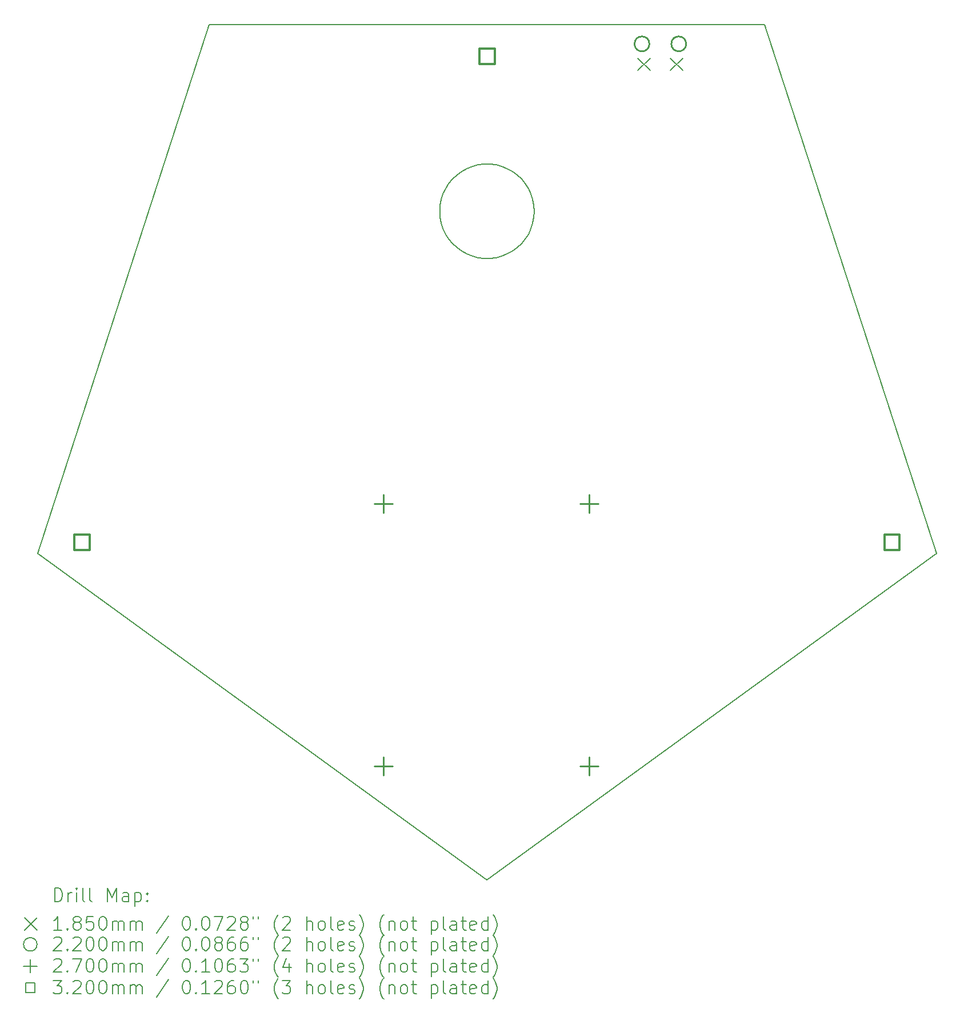
<source format=gbr>
%TF.GenerationSoftware,KiCad,Pcbnew,7.0.10-7.0.10~ubuntu23.10.1*%
%TF.CreationDate,2024-01-06T16:48:33+01:00*%
%TF.ProjectId,valiant-turtle-2,76616c69-616e-4742-9d74-7572746c652d,rev?*%
%TF.SameCoordinates,Original*%
%TF.FileFunction,Drillmap*%
%TF.FilePolarity,Positive*%
%FSLAX45Y45*%
G04 Gerber Fmt 4.5, Leading zero omitted, Abs format (unit mm)*
G04 Created by KiCad (PCBNEW 7.0.10-7.0.10~ubuntu23.10.1) date 2024-01-06 16:48:33*
%MOMM*%
%LPD*%
G01*
G04 APERTURE LIST*
%ADD10C,0.200000*%
%ADD11C,0.185000*%
%ADD12C,0.220000*%
%ADD13C,0.270000*%
%ADD14C,0.320000*%
G04 APERTURE END LIST*
D10*
X9554647Y-6430260D02*
X9642553Y-6430260D01*
X9896645Y-7762260D02*
X9814912Y-7794620D01*
X10044796Y-7668240D02*
X9973678Y-7719910D01*
X8920592Y-6954800D02*
X8947758Y-6871190D01*
X8904121Y-7041150D02*
X8920592Y-6954800D01*
X9467434Y-6441280D02*
X9554647Y-6430260D01*
X9223522Y-7719910D02*
X9152404Y-7668240D01*
X9382288Y-6463140D02*
X9467434Y-6441280D01*
X9814912Y-6463140D02*
X9896645Y-6495500D01*
X9973678Y-6537850D02*
X10044796Y-6589520D01*
X10293079Y-7041150D02*
X10298600Y-7128880D01*
X10212014Y-7466110D02*
X10164912Y-7540330D01*
X8985186Y-7466110D02*
X8947758Y-7386570D01*
X9300555Y-7762260D02*
X9223522Y-7719910D01*
X9300555Y-6495500D02*
X9382288Y-6463140D01*
X10249442Y-7386570D02*
X10212014Y-7466110D01*
X10164912Y-6717430D02*
X10212014Y-6791650D01*
X9896645Y-6495500D02*
X9973678Y-6537850D01*
X9642553Y-7827500D02*
X9554647Y-7827500D01*
X10249442Y-6871190D02*
X10276608Y-6954800D01*
X8947758Y-7386570D02*
X8920592Y-7302960D01*
X10044796Y-6589520D02*
X10108877Y-6649700D01*
X9729766Y-7816480D02*
X9642553Y-7827500D01*
X8985186Y-6791650D02*
X9032288Y-6717430D01*
X10108877Y-7608060D02*
X10044796Y-7668240D01*
X9814912Y-7794620D02*
X9729766Y-7816480D01*
X9152404Y-6589520D02*
X9223522Y-6537850D01*
X8947758Y-6871190D02*
X8985186Y-6791650D01*
X16256000Y-12192000D02*
X13713100Y-4365760D01*
X9223522Y-6537850D02*
X9300555Y-6495500D01*
X9032288Y-7540330D02*
X8985186Y-7466110D01*
X2941200Y-12192000D02*
X9598600Y-17028880D01*
X8898600Y-7128880D02*
X8904121Y-7041150D01*
X10276608Y-7302960D02*
X10249442Y-7386570D01*
X9032288Y-6717430D02*
X9088323Y-6649700D01*
X10164912Y-7540330D02*
X10108877Y-7608060D01*
X9152404Y-7668240D02*
X9088323Y-7608060D01*
X13713100Y-4365760D02*
X5484100Y-4365760D01*
X9973678Y-7719910D02*
X9896645Y-7762260D01*
X10212014Y-6791650D02*
X10249442Y-6871190D01*
X5484100Y-4365760D02*
X2941200Y-12192000D01*
X9382288Y-7794620D02*
X9300555Y-7762260D01*
X8920592Y-7302960D02*
X8904121Y-7216610D01*
X9554647Y-7827500D02*
X9467434Y-7816480D01*
X10108877Y-6649700D02*
X10164912Y-6717430D01*
X9467434Y-7816480D02*
X9382288Y-7794620D01*
X10293079Y-7216610D02*
X10276608Y-7302960D01*
X9088323Y-7608060D02*
X9032288Y-7540330D01*
X10298600Y-7128880D02*
X10293079Y-7216610D01*
X9598600Y-17028880D02*
X16256000Y-12192000D01*
X10276608Y-6954800D02*
X10293079Y-7041150D01*
X9642553Y-6430260D02*
X9729766Y-6441280D01*
X8904121Y-7216610D02*
X8898600Y-7128880D01*
X9729766Y-6441280D02*
X9814912Y-6463140D01*
X9088323Y-6649700D02*
X9152404Y-6589520D01*
D11*
X11831600Y-4859000D02*
X12016600Y-5044000D01*
X12016600Y-4859000D02*
X11831600Y-5044000D01*
X12316600Y-4859000D02*
X12501600Y-5044000D01*
X12501600Y-4859000D02*
X12316600Y-5044000D01*
D12*
X12004100Y-4648500D02*
G75*
G03*
X11784100Y-4648500I-110000J0D01*
G01*
X11784100Y-4648500D02*
G75*
G03*
X12004100Y-4648500I110000J0D01*
G01*
X12549100Y-4648500D02*
G75*
G03*
X12329100Y-4648500I-110000J0D01*
G01*
X12329100Y-4648500D02*
G75*
G03*
X12549100Y-4648500I110000J0D01*
G01*
D13*
X8064500Y-11320400D02*
X8064500Y-11590400D01*
X7929500Y-11455400D02*
X8199500Y-11455400D01*
X8064500Y-15206600D02*
X8064500Y-15476600D01*
X7929500Y-15341600D02*
X8199500Y-15341600D01*
X11112500Y-11320400D02*
X11112500Y-11590400D01*
X10977500Y-11455400D02*
X11247500Y-11455400D01*
X11112500Y-15206600D02*
X11112500Y-15476600D01*
X10977500Y-15341600D02*
X11247500Y-15341600D01*
D14*
X3711298Y-12144338D02*
X3711298Y-11918062D01*
X3485022Y-11918062D01*
X3485022Y-12144338D01*
X3711298Y-12144338D01*
X9711298Y-4944338D02*
X9711298Y-4718062D01*
X9485022Y-4718062D01*
X9485022Y-4944338D01*
X9711298Y-4944338D01*
X15711298Y-12144338D02*
X15711298Y-11918062D01*
X15485022Y-11918062D01*
X15485022Y-12144338D01*
X15711298Y-12144338D01*
D10*
X3191977Y-17350364D02*
X3191977Y-17150364D01*
X3191977Y-17150364D02*
X3239596Y-17150364D01*
X3239596Y-17150364D02*
X3268167Y-17159888D01*
X3268167Y-17159888D02*
X3287215Y-17178935D01*
X3287215Y-17178935D02*
X3296739Y-17197983D01*
X3296739Y-17197983D02*
X3306262Y-17236078D01*
X3306262Y-17236078D02*
X3306262Y-17264650D01*
X3306262Y-17264650D02*
X3296739Y-17302745D01*
X3296739Y-17302745D02*
X3287215Y-17321792D01*
X3287215Y-17321792D02*
X3268167Y-17340840D01*
X3268167Y-17340840D02*
X3239596Y-17350364D01*
X3239596Y-17350364D02*
X3191977Y-17350364D01*
X3391977Y-17350364D02*
X3391977Y-17217030D01*
X3391977Y-17255126D02*
X3401501Y-17236078D01*
X3401501Y-17236078D02*
X3411024Y-17226554D01*
X3411024Y-17226554D02*
X3430072Y-17217030D01*
X3430072Y-17217030D02*
X3449120Y-17217030D01*
X3515786Y-17350364D02*
X3515786Y-17217030D01*
X3515786Y-17150364D02*
X3506262Y-17159888D01*
X3506262Y-17159888D02*
X3515786Y-17169411D01*
X3515786Y-17169411D02*
X3525310Y-17159888D01*
X3525310Y-17159888D02*
X3515786Y-17150364D01*
X3515786Y-17150364D02*
X3515786Y-17169411D01*
X3639596Y-17350364D02*
X3620548Y-17340840D01*
X3620548Y-17340840D02*
X3611024Y-17321792D01*
X3611024Y-17321792D02*
X3611024Y-17150364D01*
X3744358Y-17350364D02*
X3725310Y-17340840D01*
X3725310Y-17340840D02*
X3715786Y-17321792D01*
X3715786Y-17321792D02*
X3715786Y-17150364D01*
X3972929Y-17350364D02*
X3972929Y-17150364D01*
X3972929Y-17150364D02*
X4039596Y-17293221D01*
X4039596Y-17293221D02*
X4106262Y-17150364D01*
X4106262Y-17150364D02*
X4106262Y-17350364D01*
X4287215Y-17350364D02*
X4287215Y-17245602D01*
X4287215Y-17245602D02*
X4277691Y-17226554D01*
X4277691Y-17226554D02*
X4258644Y-17217030D01*
X4258644Y-17217030D02*
X4220548Y-17217030D01*
X4220548Y-17217030D02*
X4201501Y-17226554D01*
X4287215Y-17340840D02*
X4268167Y-17350364D01*
X4268167Y-17350364D02*
X4220548Y-17350364D01*
X4220548Y-17350364D02*
X4201501Y-17340840D01*
X4201501Y-17340840D02*
X4191977Y-17321792D01*
X4191977Y-17321792D02*
X4191977Y-17302745D01*
X4191977Y-17302745D02*
X4201501Y-17283697D01*
X4201501Y-17283697D02*
X4220548Y-17274173D01*
X4220548Y-17274173D02*
X4268167Y-17274173D01*
X4268167Y-17274173D02*
X4287215Y-17264650D01*
X4382453Y-17217030D02*
X4382453Y-17417030D01*
X4382453Y-17226554D02*
X4401501Y-17217030D01*
X4401501Y-17217030D02*
X4439596Y-17217030D01*
X4439596Y-17217030D02*
X4458644Y-17226554D01*
X4458644Y-17226554D02*
X4468167Y-17236078D01*
X4468167Y-17236078D02*
X4477691Y-17255126D01*
X4477691Y-17255126D02*
X4477691Y-17312269D01*
X4477691Y-17312269D02*
X4468167Y-17331316D01*
X4468167Y-17331316D02*
X4458644Y-17340840D01*
X4458644Y-17340840D02*
X4439596Y-17350364D01*
X4439596Y-17350364D02*
X4401501Y-17350364D01*
X4401501Y-17350364D02*
X4382453Y-17340840D01*
X4563405Y-17331316D02*
X4572929Y-17340840D01*
X4572929Y-17340840D02*
X4563405Y-17350364D01*
X4563405Y-17350364D02*
X4553882Y-17340840D01*
X4553882Y-17340840D02*
X4563405Y-17331316D01*
X4563405Y-17331316D02*
X4563405Y-17350364D01*
X4563405Y-17226554D02*
X4572929Y-17236078D01*
X4572929Y-17236078D02*
X4563405Y-17245602D01*
X4563405Y-17245602D02*
X4553882Y-17236078D01*
X4553882Y-17236078D02*
X4563405Y-17226554D01*
X4563405Y-17226554D02*
X4563405Y-17245602D01*
D11*
X2746200Y-17586380D02*
X2931200Y-17771380D01*
X2931200Y-17586380D02*
X2746200Y-17771380D01*
D10*
X3296739Y-17770364D02*
X3182453Y-17770364D01*
X3239596Y-17770364D02*
X3239596Y-17570364D01*
X3239596Y-17570364D02*
X3220548Y-17598935D01*
X3220548Y-17598935D02*
X3201501Y-17617983D01*
X3201501Y-17617983D02*
X3182453Y-17627507D01*
X3382453Y-17751316D02*
X3391977Y-17760840D01*
X3391977Y-17760840D02*
X3382453Y-17770364D01*
X3382453Y-17770364D02*
X3372929Y-17760840D01*
X3372929Y-17760840D02*
X3382453Y-17751316D01*
X3382453Y-17751316D02*
X3382453Y-17770364D01*
X3506262Y-17656078D02*
X3487215Y-17646554D01*
X3487215Y-17646554D02*
X3477691Y-17637030D01*
X3477691Y-17637030D02*
X3468167Y-17617983D01*
X3468167Y-17617983D02*
X3468167Y-17608459D01*
X3468167Y-17608459D02*
X3477691Y-17589411D01*
X3477691Y-17589411D02*
X3487215Y-17579888D01*
X3487215Y-17579888D02*
X3506262Y-17570364D01*
X3506262Y-17570364D02*
X3544358Y-17570364D01*
X3544358Y-17570364D02*
X3563405Y-17579888D01*
X3563405Y-17579888D02*
X3572929Y-17589411D01*
X3572929Y-17589411D02*
X3582453Y-17608459D01*
X3582453Y-17608459D02*
X3582453Y-17617983D01*
X3582453Y-17617983D02*
X3572929Y-17637030D01*
X3572929Y-17637030D02*
X3563405Y-17646554D01*
X3563405Y-17646554D02*
X3544358Y-17656078D01*
X3544358Y-17656078D02*
X3506262Y-17656078D01*
X3506262Y-17656078D02*
X3487215Y-17665602D01*
X3487215Y-17665602D02*
X3477691Y-17675126D01*
X3477691Y-17675126D02*
X3468167Y-17694173D01*
X3468167Y-17694173D02*
X3468167Y-17732269D01*
X3468167Y-17732269D02*
X3477691Y-17751316D01*
X3477691Y-17751316D02*
X3487215Y-17760840D01*
X3487215Y-17760840D02*
X3506262Y-17770364D01*
X3506262Y-17770364D02*
X3544358Y-17770364D01*
X3544358Y-17770364D02*
X3563405Y-17760840D01*
X3563405Y-17760840D02*
X3572929Y-17751316D01*
X3572929Y-17751316D02*
X3582453Y-17732269D01*
X3582453Y-17732269D02*
X3582453Y-17694173D01*
X3582453Y-17694173D02*
X3572929Y-17675126D01*
X3572929Y-17675126D02*
X3563405Y-17665602D01*
X3563405Y-17665602D02*
X3544358Y-17656078D01*
X3763405Y-17570364D02*
X3668167Y-17570364D01*
X3668167Y-17570364D02*
X3658643Y-17665602D01*
X3658643Y-17665602D02*
X3668167Y-17656078D01*
X3668167Y-17656078D02*
X3687215Y-17646554D01*
X3687215Y-17646554D02*
X3734834Y-17646554D01*
X3734834Y-17646554D02*
X3753882Y-17656078D01*
X3753882Y-17656078D02*
X3763405Y-17665602D01*
X3763405Y-17665602D02*
X3772929Y-17684650D01*
X3772929Y-17684650D02*
X3772929Y-17732269D01*
X3772929Y-17732269D02*
X3763405Y-17751316D01*
X3763405Y-17751316D02*
X3753882Y-17760840D01*
X3753882Y-17760840D02*
X3734834Y-17770364D01*
X3734834Y-17770364D02*
X3687215Y-17770364D01*
X3687215Y-17770364D02*
X3668167Y-17760840D01*
X3668167Y-17760840D02*
X3658643Y-17751316D01*
X3896739Y-17570364D02*
X3915786Y-17570364D01*
X3915786Y-17570364D02*
X3934834Y-17579888D01*
X3934834Y-17579888D02*
X3944358Y-17589411D01*
X3944358Y-17589411D02*
X3953882Y-17608459D01*
X3953882Y-17608459D02*
X3963405Y-17646554D01*
X3963405Y-17646554D02*
X3963405Y-17694173D01*
X3963405Y-17694173D02*
X3953882Y-17732269D01*
X3953882Y-17732269D02*
X3944358Y-17751316D01*
X3944358Y-17751316D02*
X3934834Y-17760840D01*
X3934834Y-17760840D02*
X3915786Y-17770364D01*
X3915786Y-17770364D02*
X3896739Y-17770364D01*
X3896739Y-17770364D02*
X3877691Y-17760840D01*
X3877691Y-17760840D02*
X3868167Y-17751316D01*
X3868167Y-17751316D02*
X3858643Y-17732269D01*
X3858643Y-17732269D02*
X3849120Y-17694173D01*
X3849120Y-17694173D02*
X3849120Y-17646554D01*
X3849120Y-17646554D02*
X3858643Y-17608459D01*
X3858643Y-17608459D02*
X3868167Y-17589411D01*
X3868167Y-17589411D02*
X3877691Y-17579888D01*
X3877691Y-17579888D02*
X3896739Y-17570364D01*
X4049120Y-17770364D02*
X4049120Y-17637030D01*
X4049120Y-17656078D02*
X4058643Y-17646554D01*
X4058643Y-17646554D02*
X4077691Y-17637030D01*
X4077691Y-17637030D02*
X4106263Y-17637030D01*
X4106263Y-17637030D02*
X4125310Y-17646554D01*
X4125310Y-17646554D02*
X4134834Y-17665602D01*
X4134834Y-17665602D02*
X4134834Y-17770364D01*
X4134834Y-17665602D02*
X4144358Y-17646554D01*
X4144358Y-17646554D02*
X4163405Y-17637030D01*
X4163405Y-17637030D02*
X4191977Y-17637030D01*
X4191977Y-17637030D02*
X4211025Y-17646554D01*
X4211025Y-17646554D02*
X4220548Y-17665602D01*
X4220548Y-17665602D02*
X4220548Y-17770364D01*
X4315786Y-17770364D02*
X4315786Y-17637030D01*
X4315786Y-17656078D02*
X4325310Y-17646554D01*
X4325310Y-17646554D02*
X4344358Y-17637030D01*
X4344358Y-17637030D02*
X4372929Y-17637030D01*
X4372929Y-17637030D02*
X4391977Y-17646554D01*
X4391977Y-17646554D02*
X4401501Y-17665602D01*
X4401501Y-17665602D02*
X4401501Y-17770364D01*
X4401501Y-17665602D02*
X4411025Y-17646554D01*
X4411025Y-17646554D02*
X4430072Y-17637030D01*
X4430072Y-17637030D02*
X4458644Y-17637030D01*
X4458644Y-17637030D02*
X4477691Y-17646554D01*
X4477691Y-17646554D02*
X4487215Y-17665602D01*
X4487215Y-17665602D02*
X4487215Y-17770364D01*
X4877691Y-17560840D02*
X4706263Y-17817983D01*
X5134834Y-17570364D02*
X5153882Y-17570364D01*
X5153882Y-17570364D02*
X5172929Y-17579888D01*
X5172929Y-17579888D02*
X5182453Y-17589411D01*
X5182453Y-17589411D02*
X5191977Y-17608459D01*
X5191977Y-17608459D02*
X5201501Y-17646554D01*
X5201501Y-17646554D02*
X5201501Y-17694173D01*
X5201501Y-17694173D02*
X5191977Y-17732269D01*
X5191977Y-17732269D02*
X5182453Y-17751316D01*
X5182453Y-17751316D02*
X5172929Y-17760840D01*
X5172929Y-17760840D02*
X5153882Y-17770364D01*
X5153882Y-17770364D02*
X5134834Y-17770364D01*
X5134834Y-17770364D02*
X5115787Y-17760840D01*
X5115787Y-17760840D02*
X5106263Y-17751316D01*
X5106263Y-17751316D02*
X5096739Y-17732269D01*
X5096739Y-17732269D02*
X5087215Y-17694173D01*
X5087215Y-17694173D02*
X5087215Y-17646554D01*
X5087215Y-17646554D02*
X5096739Y-17608459D01*
X5096739Y-17608459D02*
X5106263Y-17589411D01*
X5106263Y-17589411D02*
X5115787Y-17579888D01*
X5115787Y-17579888D02*
X5134834Y-17570364D01*
X5287215Y-17751316D02*
X5296739Y-17760840D01*
X5296739Y-17760840D02*
X5287215Y-17770364D01*
X5287215Y-17770364D02*
X5277691Y-17760840D01*
X5277691Y-17760840D02*
X5287215Y-17751316D01*
X5287215Y-17751316D02*
X5287215Y-17770364D01*
X5420548Y-17570364D02*
X5439596Y-17570364D01*
X5439596Y-17570364D02*
X5458644Y-17579888D01*
X5458644Y-17579888D02*
X5468168Y-17589411D01*
X5468168Y-17589411D02*
X5477691Y-17608459D01*
X5477691Y-17608459D02*
X5487215Y-17646554D01*
X5487215Y-17646554D02*
X5487215Y-17694173D01*
X5487215Y-17694173D02*
X5477691Y-17732269D01*
X5477691Y-17732269D02*
X5468168Y-17751316D01*
X5468168Y-17751316D02*
X5458644Y-17760840D01*
X5458644Y-17760840D02*
X5439596Y-17770364D01*
X5439596Y-17770364D02*
X5420548Y-17770364D01*
X5420548Y-17770364D02*
X5401501Y-17760840D01*
X5401501Y-17760840D02*
X5391977Y-17751316D01*
X5391977Y-17751316D02*
X5382453Y-17732269D01*
X5382453Y-17732269D02*
X5372929Y-17694173D01*
X5372929Y-17694173D02*
X5372929Y-17646554D01*
X5372929Y-17646554D02*
X5382453Y-17608459D01*
X5382453Y-17608459D02*
X5391977Y-17589411D01*
X5391977Y-17589411D02*
X5401501Y-17579888D01*
X5401501Y-17579888D02*
X5420548Y-17570364D01*
X5553882Y-17570364D02*
X5687215Y-17570364D01*
X5687215Y-17570364D02*
X5601501Y-17770364D01*
X5753882Y-17589411D02*
X5763406Y-17579888D01*
X5763406Y-17579888D02*
X5782453Y-17570364D01*
X5782453Y-17570364D02*
X5830072Y-17570364D01*
X5830072Y-17570364D02*
X5849120Y-17579888D01*
X5849120Y-17579888D02*
X5858644Y-17589411D01*
X5858644Y-17589411D02*
X5868167Y-17608459D01*
X5868167Y-17608459D02*
X5868167Y-17627507D01*
X5868167Y-17627507D02*
X5858644Y-17656078D01*
X5858644Y-17656078D02*
X5744358Y-17770364D01*
X5744358Y-17770364D02*
X5868167Y-17770364D01*
X5982453Y-17656078D02*
X5963406Y-17646554D01*
X5963406Y-17646554D02*
X5953882Y-17637030D01*
X5953882Y-17637030D02*
X5944358Y-17617983D01*
X5944358Y-17617983D02*
X5944358Y-17608459D01*
X5944358Y-17608459D02*
X5953882Y-17589411D01*
X5953882Y-17589411D02*
X5963406Y-17579888D01*
X5963406Y-17579888D02*
X5982453Y-17570364D01*
X5982453Y-17570364D02*
X6020548Y-17570364D01*
X6020548Y-17570364D02*
X6039596Y-17579888D01*
X6039596Y-17579888D02*
X6049120Y-17589411D01*
X6049120Y-17589411D02*
X6058644Y-17608459D01*
X6058644Y-17608459D02*
X6058644Y-17617983D01*
X6058644Y-17617983D02*
X6049120Y-17637030D01*
X6049120Y-17637030D02*
X6039596Y-17646554D01*
X6039596Y-17646554D02*
X6020548Y-17656078D01*
X6020548Y-17656078D02*
X5982453Y-17656078D01*
X5982453Y-17656078D02*
X5963406Y-17665602D01*
X5963406Y-17665602D02*
X5953882Y-17675126D01*
X5953882Y-17675126D02*
X5944358Y-17694173D01*
X5944358Y-17694173D02*
X5944358Y-17732269D01*
X5944358Y-17732269D02*
X5953882Y-17751316D01*
X5953882Y-17751316D02*
X5963406Y-17760840D01*
X5963406Y-17760840D02*
X5982453Y-17770364D01*
X5982453Y-17770364D02*
X6020548Y-17770364D01*
X6020548Y-17770364D02*
X6039596Y-17760840D01*
X6039596Y-17760840D02*
X6049120Y-17751316D01*
X6049120Y-17751316D02*
X6058644Y-17732269D01*
X6058644Y-17732269D02*
X6058644Y-17694173D01*
X6058644Y-17694173D02*
X6049120Y-17675126D01*
X6049120Y-17675126D02*
X6039596Y-17665602D01*
X6039596Y-17665602D02*
X6020548Y-17656078D01*
X6134834Y-17570364D02*
X6134834Y-17608459D01*
X6211025Y-17570364D02*
X6211025Y-17608459D01*
X6506263Y-17846554D02*
X6496739Y-17837030D01*
X6496739Y-17837030D02*
X6477691Y-17808459D01*
X6477691Y-17808459D02*
X6468168Y-17789411D01*
X6468168Y-17789411D02*
X6458644Y-17760840D01*
X6458644Y-17760840D02*
X6449120Y-17713221D01*
X6449120Y-17713221D02*
X6449120Y-17675126D01*
X6449120Y-17675126D02*
X6458644Y-17627507D01*
X6458644Y-17627507D02*
X6468168Y-17598935D01*
X6468168Y-17598935D02*
X6477691Y-17579888D01*
X6477691Y-17579888D02*
X6496739Y-17551316D01*
X6496739Y-17551316D02*
X6506263Y-17541792D01*
X6572929Y-17589411D02*
X6582453Y-17579888D01*
X6582453Y-17579888D02*
X6601501Y-17570364D01*
X6601501Y-17570364D02*
X6649120Y-17570364D01*
X6649120Y-17570364D02*
X6668168Y-17579888D01*
X6668168Y-17579888D02*
X6677691Y-17589411D01*
X6677691Y-17589411D02*
X6687215Y-17608459D01*
X6687215Y-17608459D02*
X6687215Y-17627507D01*
X6687215Y-17627507D02*
X6677691Y-17656078D01*
X6677691Y-17656078D02*
X6563406Y-17770364D01*
X6563406Y-17770364D02*
X6687215Y-17770364D01*
X6925310Y-17770364D02*
X6925310Y-17570364D01*
X7011025Y-17770364D02*
X7011025Y-17665602D01*
X7011025Y-17665602D02*
X7001501Y-17646554D01*
X7001501Y-17646554D02*
X6982453Y-17637030D01*
X6982453Y-17637030D02*
X6953882Y-17637030D01*
X6953882Y-17637030D02*
X6934834Y-17646554D01*
X6934834Y-17646554D02*
X6925310Y-17656078D01*
X7134834Y-17770364D02*
X7115787Y-17760840D01*
X7115787Y-17760840D02*
X7106263Y-17751316D01*
X7106263Y-17751316D02*
X7096739Y-17732269D01*
X7096739Y-17732269D02*
X7096739Y-17675126D01*
X7096739Y-17675126D02*
X7106263Y-17656078D01*
X7106263Y-17656078D02*
X7115787Y-17646554D01*
X7115787Y-17646554D02*
X7134834Y-17637030D01*
X7134834Y-17637030D02*
X7163406Y-17637030D01*
X7163406Y-17637030D02*
X7182453Y-17646554D01*
X7182453Y-17646554D02*
X7191977Y-17656078D01*
X7191977Y-17656078D02*
X7201501Y-17675126D01*
X7201501Y-17675126D02*
X7201501Y-17732269D01*
X7201501Y-17732269D02*
X7191977Y-17751316D01*
X7191977Y-17751316D02*
X7182453Y-17760840D01*
X7182453Y-17760840D02*
X7163406Y-17770364D01*
X7163406Y-17770364D02*
X7134834Y-17770364D01*
X7315787Y-17770364D02*
X7296739Y-17760840D01*
X7296739Y-17760840D02*
X7287215Y-17741792D01*
X7287215Y-17741792D02*
X7287215Y-17570364D01*
X7468168Y-17760840D02*
X7449120Y-17770364D01*
X7449120Y-17770364D02*
X7411025Y-17770364D01*
X7411025Y-17770364D02*
X7391977Y-17760840D01*
X7391977Y-17760840D02*
X7382453Y-17741792D01*
X7382453Y-17741792D02*
X7382453Y-17665602D01*
X7382453Y-17665602D02*
X7391977Y-17646554D01*
X7391977Y-17646554D02*
X7411025Y-17637030D01*
X7411025Y-17637030D02*
X7449120Y-17637030D01*
X7449120Y-17637030D02*
X7468168Y-17646554D01*
X7468168Y-17646554D02*
X7477691Y-17665602D01*
X7477691Y-17665602D02*
X7477691Y-17684650D01*
X7477691Y-17684650D02*
X7382453Y-17703697D01*
X7553882Y-17760840D02*
X7572930Y-17770364D01*
X7572930Y-17770364D02*
X7611025Y-17770364D01*
X7611025Y-17770364D02*
X7630072Y-17760840D01*
X7630072Y-17760840D02*
X7639596Y-17741792D01*
X7639596Y-17741792D02*
X7639596Y-17732269D01*
X7639596Y-17732269D02*
X7630072Y-17713221D01*
X7630072Y-17713221D02*
X7611025Y-17703697D01*
X7611025Y-17703697D02*
X7582453Y-17703697D01*
X7582453Y-17703697D02*
X7563406Y-17694173D01*
X7563406Y-17694173D02*
X7553882Y-17675126D01*
X7553882Y-17675126D02*
X7553882Y-17665602D01*
X7553882Y-17665602D02*
X7563406Y-17646554D01*
X7563406Y-17646554D02*
X7582453Y-17637030D01*
X7582453Y-17637030D02*
X7611025Y-17637030D01*
X7611025Y-17637030D02*
X7630072Y-17646554D01*
X7706263Y-17846554D02*
X7715787Y-17837030D01*
X7715787Y-17837030D02*
X7734834Y-17808459D01*
X7734834Y-17808459D02*
X7744358Y-17789411D01*
X7744358Y-17789411D02*
X7753882Y-17760840D01*
X7753882Y-17760840D02*
X7763406Y-17713221D01*
X7763406Y-17713221D02*
X7763406Y-17675126D01*
X7763406Y-17675126D02*
X7753882Y-17627507D01*
X7753882Y-17627507D02*
X7744358Y-17598935D01*
X7744358Y-17598935D02*
X7734834Y-17579888D01*
X7734834Y-17579888D02*
X7715787Y-17551316D01*
X7715787Y-17551316D02*
X7706263Y-17541792D01*
X8068168Y-17846554D02*
X8058644Y-17837030D01*
X8058644Y-17837030D02*
X8039596Y-17808459D01*
X8039596Y-17808459D02*
X8030072Y-17789411D01*
X8030072Y-17789411D02*
X8020549Y-17760840D01*
X8020549Y-17760840D02*
X8011025Y-17713221D01*
X8011025Y-17713221D02*
X8011025Y-17675126D01*
X8011025Y-17675126D02*
X8020549Y-17627507D01*
X8020549Y-17627507D02*
X8030072Y-17598935D01*
X8030072Y-17598935D02*
X8039596Y-17579888D01*
X8039596Y-17579888D02*
X8058644Y-17551316D01*
X8058644Y-17551316D02*
X8068168Y-17541792D01*
X8144358Y-17637030D02*
X8144358Y-17770364D01*
X8144358Y-17656078D02*
X8153882Y-17646554D01*
X8153882Y-17646554D02*
X8172930Y-17637030D01*
X8172930Y-17637030D02*
X8201501Y-17637030D01*
X8201501Y-17637030D02*
X8220549Y-17646554D01*
X8220549Y-17646554D02*
X8230072Y-17665602D01*
X8230072Y-17665602D02*
X8230072Y-17770364D01*
X8353882Y-17770364D02*
X8334834Y-17760840D01*
X8334834Y-17760840D02*
X8325311Y-17751316D01*
X8325311Y-17751316D02*
X8315787Y-17732269D01*
X8315787Y-17732269D02*
X8315787Y-17675126D01*
X8315787Y-17675126D02*
X8325311Y-17656078D01*
X8325311Y-17656078D02*
X8334834Y-17646554D01*
X8334834Y-17646554D02*
X8353882Y-17637030D01*
X8353882Y-17637030D02*
X8382453Y-17637030D01*
X8382453Y-17637030D02*
X8401501Y-17646554D01*
X8401501Y-17646554D02*
X8411025Y-17656078D01*
X8411025Y-17656078D02*
X8420549Y-17675126D01*
X8420549Y-17675126D02*
X8420549Y-17732269D01*
X8420549Y-17732269D02*
X8411025Y-17751316D01*
X8411025Y-17751316D02*
X8401501Y-17760840D01*
X8401501Y-17760840D02*
X8382453Y-17770364D01*
X8382453Y-17770364D02*
X8353882Y-17770364D01*
X8477692Y-17637030D02*
X8553882Y-17637030D01*
X8506263Y-17570364D02*
X8506263Y-17741792D01*
X8506263Y-17741792D02*
X8515787Y-17760840D01*
X8515787Y-17760840D02*
X8534834Y-17770364D01*
X8534834Y-17770364D02*
X8553882Y-17770364D01*
X8772930Y-17637030D02*
X8772930Y-17837030D01*
X8772930Y-17646554D02*
X8791977Y-17637030D01*
X8791977Y-17637030D02*
X8830073Y-17637030D01*
X8830073Y-17637030D02*
X8849120Y-17646554D01*
X8849120Y-17646554D02*
X8858644Y-17656078D01*
X8858644Y-17656078D02*
X8868168Y-17675126D01*
X8868168Y-17675126D02*
X8868168Y-17732269D01*
X8868168Y-17732269D02*
X8858644Y-17751316D01*
X8858644Y-17751316D02*
X8849120Y-17760840D01*
X8849120Y-17760840D02*
X8830073Y-17770364D01*
X8830073Y-17770364D02*
X8791977Y-17770364D01*
X8791977Y-17770364D02*
X8772930Y-17760840D01*
X8982454Y-17770364D02*
X8963406Y-17760840D01*
X8963406Y-17760840D02*
X8953882Y-17741792D01*
X8953882Y-17741792D02*
X8953882Y-17570364D01*
X9144358Y-17770364D02*
X9144358Y-17665602D01*
X9144358Y-17665602D02*
X9134835Y-17646554D01*
X9134835Y-17646554D02*
X9115787Y-17637030D01*
X9115787Y-17637030D02*
X9077692Y-17637030D01*
X9077692Y-17637030D02*
X9058644Y-17646554D01*
X9144358Y-17760840D02*
X9125311Y-17770364D01*
X9125311Y-17770364D02*
X9077692Y-17770364D01*
X9077692Y-17770364D02*
X9058644Y-17760840D01*
X9058644Y-17760840D02*
X9049120Y-17741792D01*
X9049120Y-17741792D02*
X9049120Y-17722745D01*
X9049120Y-17722745D02*
X9058644Y-17703697D01*
X9058644Y-17703697D02*
X9077692Y-17694173D01*
X9077692Y-17694173D02*
X9125311Y-17694173D01*
X9125311Y-17694173D02*
X9144358Y-17684650D01*
X9211025Y-17637030D02*
X9287215Y-17637030D01*
X9239596Y-17570364D02*
X9239596Y-17741792D01*
X9239596Y-17741792D02*
X9249120Y-17760840D01*
X9249120Y-17760840D02*
X9268168Y-17770364D01*
X9268168Y-17770364D02*
X9287215Y-17770364D01*
X9430073Y-17760840D02*
X9411025Y-17770364D01*
X9411025Y-17770364D02*
X9372930Y-17770364D01*
X9372930Y-17770364D02*
X9353882Y-17760840D01*
X9353882Y-17760840D02*
X9344358Y-17741792D01*
X9344358Y-17741792D02*
X9344358Y-17665602D01*
X9344358Y-17665602D02*
X9353882Y-17646554D01*
X9353882Y-17646554D02*
X9372930Y-17637030D01*
X9372930Y-17637030D02*
X9411025Y-17637030D01*
X9411025Y-17637030D02*
X9430073Y-17646554D01*
X9430073Y-17646554D02*
X9439596Y-17665602D01*
X9439596Y-17665602D02*
X9439596Y-17684650D01*
X9439596Y-17684650D02*
X9344358Y-17703697D01*
X9611025Y-17770364D02*
X9611025Y-17570364D01*
X9611025Y-17760840D02*
X9591977Y-17770364D01*
X9591977Y-17770364D02*
X9553882Y-17770364D01*
X9553882Y-17770364D02*
X9534835Y-17760840D01*
X9534835Y-17760840D02*
X9525311Y-17751316D01*
X9525311Y-17751316D02*
X9515787Y-17732269D01*
X9515787Y-17732269D02*
X9515787Y-17675126D01*
X9515787Y-17675126D02*
X9525311Y-17656078D01*
X9525311Y-17656078D02*
X9534835Y-17646554D01*
X9534835Y-17646554D02*
X9553882Y-17637030D01*
X9553882Y-17637030D02*
X9591977Y-17637030D01*
X9591977Y-17637030D02*
X9611025Y-17646554D01*
X9687216Y-17846554D02*
X9696739Y-17837030D01*
X9696739Y-17837030D02*
X9715787Y-17808459D01*
X9715787Y-17808459D02*
X9725311Y-17789411D01*
X9725311Y-17789411D02*
X9734835Y-17760840D01*
X9734835Y-17760840D02*
X9744358Y-17713221D01*
X9744358Y-17713221D02*
X9744358Y-17675126D01*
X9744358Y-17675126D02*
X9734835Y-17627507D01*
X9734835Y-17627507D02*
X9725311Y-17598935D01*
X9725311Y-17598935D02*
X9715787Y-17579888D01*
X9715787Y-17579888D02*
X9696739Y-17551316D01*
X9696739Y-17551316D02*
X9687216Y-17541792D01*
X2931200Y-17983880D02*
G75*
G03*
X2731200Y-17983880I-100000J0D01*
G01*
X2731200Y-17983880D02*
G75*
G03*
X2931200Y-17983880I100000J0D01*
G01*
X3182453Y-17894411D02*
X3191977Y-17884888D01*
X3191977Y-17884888D02*
X3211024Y-17875364D01*
X3211024Y-17875364D02*
X3258643Y-17875364D01*
X3258643Y-17875364D02*
X3277691Y-17884888D01*
X3277691Y-17884888D02*
X3287215Y-17894411D01*
X3287215Y-17894411D02*
X3296739Y-17913459D01*
X3296739Y-17913459D02*
X3296739Y-17932507D01*
X3296739Y-17932507D02*
X3287215Y-17961078D01*
X3287215Y-17961078D02*
X3172929Y-18075364D01*
X3172929Y-18075364D02*
X3296739Y-18075364D01*
X3382453Y-18056316D02*
X3391977Y-18065840D01*
X3391977Y-18065840D02*
X3382453Y-18075364D01*
X3382453Y-18075364D02*
X3372929Y-18065840D01*
X3372929Y-18065840D02*
X3382453Y-18056316D01*
X3382453Y-18056316D02*
X3382453Y-18075364D01*
X3468167Y-17894411D02*
X3477691Y-17884888D01*
X3477691Y-17884888D02*
X3496739Y-17875364D01*
X3496739Y-17875364D02*
X3544358Y-17875364D01*
X3544358Y-17875364D02*
X3563405Y-17884888D01*
X3563405Y-17884888D02*
X3572929Y-17894411D01*
X3572929Y-17894411D02*
X3582453Y-17913459D01*
X3582453Y-17913459D02*
X3582453Y-17932507D01*
X3582453Y-17932507D02*
X3572929Y-17961078D01*
X3572929Y-17961078D02*
X3458643Y-18075364D01*
X3458643Y-18075364D02*
X3582453Y-18075364D01*
X3706262Y-17875364D02*
X3725310Y-17875364D01*
X3725310Y-17875364D02*
X3744358Y-17884888D01*
X3744358Y-17884888D02*
X3753882Y-17894411D01*
X3753882Y-17894411D02*
X3763405Y-17913459D01*
X3763405Y-17913459D02*
X3772929Y-17951554D01*
X3772929Y-17951554D02*
X3772929Y-17999173D01*
X3772929Y-17999173D02*
X3763405Y-18037269D01*
X3763405Y-18037269D02*
X3753882Y-18056316D01*
X3753882Y-18056316D02*
X3744358Y-18065840D01*
X3744358Y-18065840D02*
X3725310Y-18075364D01*
X3725310Y-18075364D02*
X3706262Y-18075364D01*
X3706262Y-18075364D02*
X3687215Y-18065840D01*
X3687215Y-18065840D02*
X3677691Y-18056316D01*
X3677691Y-18056316D02*
X3668167Y-18037269D01*
X3668167Y-18037269D02*
X3658643Y-17999173D01*
X3658643Y-17999173D02*
X3658643Y-17951554D01*
X3658643Y-17951554D02*
X3668167Y-17913459D01*
X3668167Y-17913459D02*
X3677691Y-17894411D01*
X3677691Y-17894411D02*
X3687215Y-17884888D01*
X3687215Y-17884888D02*
X3706262Y-17875364D01*
X3896739Y-17875364D02*
X3915786Y-17875364D01*
X3915786Y-17875364D02*
X3934834Y-17884888D01*
X3934834Y-17884888D02*
X3944358Y-17894411D01*
X3944358Y-17894411D02*
X3953882Y-17913459D01*
X3953882Y-17913459D02*
X3963405Y-17951554D01*
X3963405Y-17951554D02*
X3963405Y-17999173D01*
X3963405Y-17999173D02*
X3953882Y-18037269D01*
X3953882Y-18037269D02*
X3944358Y-18056316D01*
X3944358Y-18056316D02*
X3934834Y-18065840D01*
X3934834Y-18065840D02*
X3915786Y-18075364D01*
X3915786Y-18075364D02*
X3896739Y-18075364D01*
X3896739Y-18075364D02*
X3877691Y-18065840D01*
X3877691Y-18065840D02*
X3868167Y-18056316D01*
X3868167Y-18056316D02*
X3858643Y-18037269D01*
X3858643Y-18037269D02*
X3849120Y-17999173D01*
X3849120Y-17999173D02*
X3849120Y-17951554D01*
X3849120Y-17951554D02*
X3858643Y-17913459D01*
X3858643Y-17913459D02*
X3868167Y-17894411D01*
X3868167Y-17894411D02*
X3877691Y-17884888D01*
X3877691Y-17884888D02*
X3896739Y-17875364D01*
X4049120Y-18075364D02*
X4049120Y-17942030D01*
X4049120Y-17961078D02*
X4058643Y-17951554D01*
X4058643Y-17951554D02*
X4077691Y-17942030D01*
X4077691Y-17942030D02*
X4106263Y-17942030D01*
X4106263Y-17942030D02*
X4125310Y-17951554D01*
X4125310Y-17951554D02*
X4134834Y-17970602D01*
X4134834Y-17970602D02*
X4134834Y-18075364D01*
X4134834Y-17970602D02*
X4144358Y-17951554D01*
X4144358Y-17951554D02*
X4163405Y-17942030D01*
X4163405Y-17942030D02*
X4191977Y-17942030D01*
X4191977Y-17942030D02*
X4211025Y-17951554D01*
X4211025Y-17951554D02*
X4220548Y-17970602D01*
X4220548Y-17970602D02*
X4220548Y-18075364D01*
X4315786Y-18075364D02*
X4315786Y-17942030D01*
X4315786Y-17961078D02*
X4325310Y-17951554D01*
X4325310Y-17951554D02*
X4344358Y-17942030D01*
X4344358Y-17942030D02*
X4372929Y-17942030D01*
X4372929Y-17942030D02*
X4391977Y-17951554D01*
X4391977Y-17951554D02*
X4401501Y-17970602D01*
X4401501Y-17970602D02*
X4401501Y-18075364D01*
X4401501Y-17970602D02*
X4411025Y-17951554D01*
X4411025Y-17951554D02*
X4430072Y-17942030D01*
X4430072Y-17942030D02*
X4458644Y-17942030D01*
X4458644Y-17942030D02*
X4477691Y-17951554D01*
X4477691Y-17951554D02*
X4487215Y-17970602D01*
X4487215Y-17970602D02*
X4487215Y-18075364D01*
X4877691Y-17865840D02*
X4706263Y-18122983D01*
X5134834Y-17875364D02*
X5153882Y-17875364D01*
X5153882Y-17875364D02*
X5172929Y-17884888D01*
X5172929Y-17884888D02*
X5182453Y-17894411D01*
X5182453Y-17894411D02*
X5191977Y-17913459D01*
X5191977Y-17913459D02*
X5201501Y-17951554D01*
X5201501Y-17951554D02*
X5201501Y-17999173D01*
X5201501Y-17999173D02*
X5191977Y-18037269D01*
X5191977Y-18037269D02*
X5182453Y-18056316D01*
X5182453Y-18056316D02*
X5172929Y-18065840D01*
X5172929Y-18065840D02*
X5153882Y-18075364D01*
X5153882Y-18075364D02*
X5134834Y-18075364D01*
X5134834Y-18075364D02*
X5115787Y-18065840D01*
X5115787Y-18065840D02*
X5106263Y-18056316D01*
X5106263Y-18056316D02*
X5096739Y-18037269D01*
X5096739Y-18037269D02*
X5087215Y-17999173D01*
X5087215Y-17999173D02*
X5087215Y-17951554D01*
X5087215Y-17951554D02*
X5096739Y-17913459D01*
X5096739Y-17913459D02*
X5106263Y-17894411D01*
X5106263Y-17894411D02*
X5115787Y-17884888D01*
X5115787Y-17884888D02*
X5134834Y-17875364D01*
X5287215Y-18056316D02*
X5296739Y-18065840D01*
X5296739Y-18065840D02*
X5287215Y-18075364D01*
X5287215Y-18075364D02*
X5277691Y-18065840D01*
X5277691Y-18065840D02*
X5287215Y-18056316D01*
X5287215Y-18056316D02*
X5287215Y-18075364D01*
X5420548Y-17875364D02*
X5439596Y-17875364D01*
X5439596Y-17875364D02*
X5458644Y-17884888D01*
X5458644Y-17884888D02*
X5468168Y-17894411D01*
X5468168Y-17894411D02*
X5477691Y-17913459D01*
X5477691Y-17913459D02*
X5487215Y-17951554D01*
X5487215Y-17951554D02*
X5487215Y-17999173D01*
X5487215Y-17999173D02*
X5477691Y-18037269D01*
X5477691Y-18037269D02*
X5468168Y-18056316D01*
X5468168Y-18056316D02*
X5458644Y-18065840D01*
X5458644Y-18065840D02*
X5439596Y-18075364D01*
X5439596Y-18075364D02*
X5420548Y-18075364D01*
X5420548Y-18075364D02*
X5401501Y-18065840D01*
X5401501Y-18065840D02*
X5391977Y-18056316D01*
X5391977Y-18056316D02*
X5382453Y-18037269D01*
X5382453Y-18037269D02*
X5372929Y-17999173D01*
X5372929Y-17999173D02*
X5372929Y-17951554D01*
X5372929Y-17951554D02*
X5382453Y-17913459D01*
X5382453Y-17913459D02*
X5391977Y-17894411D01*
X5391977Y-17894411D02*
X5401501Y-17884888D01*
X5401501Y-17884888D02*
X5420548Y-17875364D01*
X5601501Y-17961078D02*
X5582453Y-17951554D01*
X5582453Y-17951554D02*
X5572929Y-17942030D01*
X5572929Y-17942030D02*
X5563406Y-17922983D01*
X5563406Y-17922983D02*
X5563406Y-17913459D01*
X5563406Y-17913459D02*
X5572929Y-17894411D01*
X5572929Y-17894411D02*
X5582453Y-17884888D01*
X5582453Y-17884888D02*
X5601501Y-17875364D01*
X5601501Y-17875364D02*
X5639596Y-17875364D01*
X5639596Y-17875364D02*
X5658644Y-17884888D01*
X5658644Y-17884888D02*
X5668167Y-17894411D01*
X5668167Y-17894411D02*
X5677691Y-17913459D01*
X5677691Y-17913459D02*
X5677691Y-17922983D01*
X5677691Y-17922983D02*
X5668167Y-17942030D01*
X5668167Y-17942030D02*
X5658644Y-17951554D01*
X5658644Y-17951554D02*
X5639596Y-17961078D01*
X5639596Y-17961078D02*
X5601501Y-17961078D01*
X5601501Y-17961078D02*
X5582453Y-17970602D01*
X5582453Y-17970602D02*
X5572929Y-17980126D01*
X5572929Y-17980126D02*
X5563406Y-17999173D01*
X5563406Y-17999173D02*
X5563406Y-18037269D01*
X5563406Y-18037269D02*
X5572929Y-18056316D01*
X5572929Y-18056316D02*
X5582453Y-18065840D01*
X5582453Y-18065840D02*
X5601501Y-18075364D01*
X5601501Y-18075364D02*
X5639596Y-18075364D01*
X5639596Y-18075364D02*
X5658644Y-18065840D01*
X5658644Y-18065840D02*
X5668167Y-18056316D01*
X5668167Y-18056316D02*
X5677691Y-18037269D01*
X5677691Y-18037269D02*
X5677691Y-17999173D01*
X5677691Y-17999173D02*
X5668167Y-17980126D01*
X5668167Y-17980126D02*
X5658644Y-17970602D01*
X5658644Y-17970602D02*
X5639596Y-17961078D01*
X5849120Y-17875364D02*
X5811025Y-17875364D01*
X5811025Y-17875364D02*
X5791977Y-17884888D01*
X5791977Y-17884888D02*
X5782453Y-17894411D01*
X5782453Y-17894411D02*
X5763406Y-17922983D01*
X5763406Y-17922983D02*
X5753882Y-17961078D01*
X5753882Y-17961078D02*
X5753882Y-18037269D01*
X5753882Y-18037269D02*
X5763406Y-18056316D01*
X5763406Y-18056316D02*
X5772929Y-18065840D01*
X5772929Y-18065840D02*
X5791977Y-18075364D01*
X5791977Y-18075364D02*
X5830072Y-18075364D01*
X5830072Y-18075364D02*
X5849120Y-18065840D01*
X5849120Y-18065840D02*
X5858644Y-18056316D01*
X5858644Y-18056316D02*
X5868167Y-18037269D01*
X5868167Y-18037269D02*
X5868167Y-17989650D01*
X5868167Y-17989650D02*
X5858644Y-17970602D01*
X5858644Y-17970602D02*
X5849120Y-17961078D01*
X5849120Y-17961078D02*
X5830072Y-17951554D01*
X5830072Y-17951554D02*
X5791977Y-17951554D01*
X5791977Y-17951554D02*
X5772929Y-17961078D01*
X5772929Y-17961078D02*
X5763406Y-17970602D01*
X5763406Y-17970602D02*
X5753882Y-17989650D01*
X6039596Y-17875364D02*
X6001501Y-17875364D01*
X6001501Y-17875364D02*
X5982453Y-17884888D01*
X5982453Y-17884888D02*
X5972929Y-17894411D01*
X5972929Y-17894411D02*
X5953882Y-17922983D01*
X5953882Y-17922983D02*
X5944358Y-17961078D01*
X5944358Y-17961078D02*
X5944358Y-18037269D01*
X5944358Y-18037269D02*
X5953882Y-18056316D01*
X5953882Y-18056316D02*
X5963406Y-18065840D01*
X5963406Y-18065840D02*
X5982453Y-18075364D01*
X5982453Y-18075364D02*
X6020548Y-18075364D01*
X6020548Y-18075364D02*
X6039596Y-18065840D01*
X6039596Y-18065840D02*
X6049120Y-18056316D01*
X6049120Y-18056316D02*
X6058644Y-18037269D01*
X6058644Y-18037269D02*
X6058644Y-17989650D01*
X6058644Y-17989650D02*
X6049120Y-17970602D01*
X6049120Y-17970602D02*
X6039596Y-17961078D01*
X6039596Y-17961078D02*
X6020548Y-17951554D01*
X6020548Y-17951554D02*
X5982453Y-17951554D01*
X5982453Y-17951554D02*
X5963406Y-17961078D01*
X5963406Y-17961078D02*
X5953882Y-17970602D01*
X5953882Y-17970602D02*
X5944358Y-17989650D01*
X6134834Y-17875364D02*
X6134834Y-17913459D01*
X6211025Y-17875364D02*
X6211025Y-17913459D01*
X6506263Y-18151554D02*
X6496739Y-18142030D01*
X6496739Y-18142030D02*
X6477691Y-18113459D01*
X6477691Y-18113459D02*
X6468168Y-18094411D01*
X6468168Y-18094411D02*
X6458644Y-18065840D01*
X6458644Y-18065840D02*
X6449120Y-18018221D01*
X6449120Y-18018221D02*
X6449120Y-17980126D01*
X6449120Y-17980126D02*
X6458644Y-17932507D01*
X6458644Y-17932507D02*
X6468168Y-17903935D01*
X6468168Y-17903935D02*
X6477691Y-17884888D01*
X6477691Y-17884888D02*
X6496739Y-17856316D01*
X6496739Y-17856316D02*
X6506263Y-17846792D01*
X6572929Y-17894411D02*
X6582453Y-17884888D01*
X6582453Y-17884888D02*
X6601501Y-17875364D01*
X6601501Y-17875364D02*
X6649120Y-17875364D01*
X6649120Y-17875364D02*
X6668168Y-17884888D01*
X6668168Y-17884888D02*
X6677691Y-17894411D01*
X6677691Y-17894411D02*
X6687215Y-17913459D01*
X6687215Y-17913459D02*
X6687215Y-17932507D01*
X6687215Y-17932507D02*
X6677691Y-17961078D01*
X6677691Y-17961078D02*
X6563406Y-18075364D01*
X6563406Y-18075364D02*
X6687215Y-18075364D01*
X6925310Y-18075364D02*
X6925310Y-17875364D01*
X7011025Y-18075364D02*
X7011025Y-17970602D01*
X7011025Y-17970602D02*
X7001501Y-17951554D01*
X7001501Y-17951554D02*
X6982453Y-17942030D01*
X6982453Y-17942030D02*
X6953882Y-17942030D01*
X6953882Y-17942030D02*
X6934834Y-17951554D01*
X6934834Y-17951554D02*
X6925310Y-17961078D01*
X7134834Y-18075364D02*
X7115787Y-18065840D01*
X7115787Y-18065840D02*
X7106263Y-18056316D01*
X7106263Y-18056316D02*
X7096739Y-18037269D01*
X7096739Y-18037269D02*
X7096739Y-17980126D01*
X7096739Y-17980126D02*
X7106263Y-17961078D01*
X7106263Y-17961078D02*
X7115787Y-17951554D01*
X7115787Y-17951554D02*
X7134834Y-17942030D01*
X7134834Y-17942030D02*
X7163406Y-17942030D01*
X7163406Y-17942030D02*
X7182453Y-17951554D01*
X7182453Y-17951554D02*
X7191977Y-17961078D01*
X7191977Y-17961078D02*
X7201501Y-17980126D01*
X7201501Y-17980126D02*
X7201501Y-18037269D01*
X7201501Y-18037269D02*
X7191977Y-18056316D01*
X7191977Y-18056316D02*
X7182453Y-18065840D01*
X7182453Y-18065840D02*
X7163406Y-18075364D01*
X7163406Y-18075364D02*
X7134834Y-18075364D01*
X7315787Y-18075364D02*
X7296739Y-18065840D01*
X7296739Y-18065840D02*
X7287215Y-18046792D01*
X7287215Y-18046792D02*
X7287215Y-17875364D01*
X7468168Y-18065840D02*
X7449120Y-18075364D01*
X7449120Y-18075364D02*
X7411025Y-18075364D01*
X7411025Y-18075364D02*
X7391977Y-18065840D01*
X7391977Y-18065840D02*
X7382453Y-18046792D01*
X7382453Y-18046792D02*
X7382453Y-17970602D01*
X7382453Y-17970602D02*
X7391977Y-17951554D01*
X7391977Y-17951554D02*
X7411025Y-17942030D01*
X7411025Y-17942030D02*
X7449120Y-17942030D01*
X7449120Y-17942030D02*
X7468168Y-17951554D01*
X7468168Y-17951554D02*
X7477691Y-17970602D01*
X7477691Y-17970602D02*
X7477691Y-17989650D01*
X7477691Y-17989650D02*
X7382453Y-18008697D01*
X7553882Y-18065840D02*
X7572930Y-18075364D01*
X7572930Y-18075364D02*
X7611025Y-18075364D01*
X7611025Y-18075364D02*
X7630072Y-18065840D01*
X7630072Y-18065840D02*
X7639596Y-18046792D01*
X7639596Y-18046792D02*
X7639596Y-18037269D01*
X7639596Y-18037269D02*
X7630072Y-18018221D01*
X7630072Y-18018221D02*
X7611025Y-18008697D01*
X7611025Y-18008697D02*
X7582453Y-18008697D01*
X7582453Y-18008697D02*
X7563406Y-17999173D01*
X7563406Y-17999173D02*
X7553882Y-17980126D01*
X7553882Y-17980126D02*
X7553882Y-17970602D01*
X7553882Y-17970602D02*
X7563406Y-17951554D01*
X7563406Y-17951554D02*
X7582453Y-17942030D01*
X7582453Y-17942030D02*
X7611025Y-17942030D01*
X7611025Y-17942030D02*
X7630072Y-17951554D01*
X7706263Y-18151554D02*
X7715787Y-18142030D01*
X7715787Y-18142030D02*
X7734834Y-18113459D01*
X7734834Y-18113459D02*
X7744358Y-18094411D01*
X7744358Y-18094411D02*
X7753882Y-18065840D01*
X7753882Y-18065840D02*
X7763406Y-18018221D01*
X7763406Y-18018221D02*
X7763406Y-17980126D01*
X7763406Y-17980126D02*
X7753882Y-17932507D01*
X7753882Y-17932507D02*
X7744358Y-17903935D01*
X7744358Y-17903935D02*
X7734834Y-17884888D01*
X7734834Y-17884888D02*
X7715787Y-17856316D01*
X7715787Y-17856316D02*
X7706263Y-17846792D01*
X8068168Y-18151554D02*
X8058644Y-18142030D01*
X8058644Y-18142030D02*
X8039596Y-18113459D01*
X8039596Y-18113459D02*
X8030072Y-18094411D01*
X8030072Y-18094411D02*
X8020549Y-18065840D01*
X8020549Y-18065840D02*
X8011025Y-18018221D01*
X8011025Y-18018221D02*
X8011025Y-17980126D01*
X8011025Y-17980126D02*
X8020549Y-17932507D01*
X8020549Y-17932507D02*
X8030072Y-17903935D01*
X8030072Y-17903935D02*
X8039596Y-17884888D01*
X8039596Y-17884888D02*
X8058644Y-17856316D01*
X8058644Y-17856316D02*
X8068168Y-17846792D01*
X8144358Y-17942030D02*
X8144358Y-18075364D01*
X8144358Y-17961078D02*
X8153882Y-17951554D01*
X8153882Y-17951554D02*
X8172930Y-17942030D01*
X8172930Y-17942030D02*
X8201501Y-17942030D01*
X8201501Y-17942030D02*
X8220549Y-17951554D01*
X8220549Y-17951554D02*
X8230072Y-17970602D01*
X8230072Y-17970602D02*
X8230072Y-18075364D01*
X8353882Y-18075364D02*
X8334834Y-18065840D01*
X8334834Y-18065840D02*
X8325311Y-18056316D01*
X8325311Y-18056316D02*
X8315787Y-18037269D01*
X8315787Y-18037269D02*
X8315787Y-17980126D01*
X8315787Y-17980126D02*
X8325311Y-17961078D01*
X8325311Y-17961078D02*
X8334834Y-17951554D01*
X8334834Y-17951554D02*
X8353882Y-17942030D01*
X8353882Y-17942030D02*
X8382453Y-17942030D01*
X8382453Y-17942030D02*
X8401501Y-17951554D01*
X8401501Y-17951554D02*
X8411025Y-17961078D01*
X8411025Y-17961078D02*
X8420549Y-17980126D01*
X8420549Y-17980126D02*
X8420549Y-18037269D01*
X8420549Y-18037269D02*
X8411025Y-18056316D01*
X8411025Y-18056316D02*
X8401501Y-18065840D01*
X8401501Y-18065840D02*
X8382453Y-18075364D01*
X8382453Y-18075364D02*
X8353882Y-18075364D01*
X8477692Y-17942030D02*
X8553882Y-17942030D01*
X8506263Y-17875364D02*
X8506263Y-18046792D01*
X8506263Y-18046792D02*
X8515787Y-18065840D01*
X8515787Y-18065840D02*
X8534834Y-18075364D01*
X8534834Y-18075364D02*
X8553882Y-18075364D01*
X8772930Y-17942030D02*
X8772930Y-18142030D01*
X8772930Y-17951554D02*
X8791977Y-17942030D01*
X8791977Y-17942030D02*
X8830073Y-17942030D01*
X8830073Y-17942030D02*
X8849120Y-17951554D01*
X8849120Y-17951554D02*
X8858644Y-17961078D01*
X8858644Y-17961078D02*
X8868168Y-17980126D01*
X8868168Y-17980126D02*
X8868168Y-18037269D01*
X8868168Y-18037269D02*
X8858644Y-18056316D01*
X8858644Y-18056316D02*
X8849120Y-18065840D01*
X8849120Y-18065840D02*
X8830073Y-18075364D01*
X8830073Y-18075364D02*
X8791977Y-18075364D01*
X8791977Y-18075364D02*
X8772930Y-18065840D01*
X8982454Y-18075364D02*
X8963406Y-18065840D01*
X8963406Y-18065840D02*
X8953882Y-18046792D01*
X8953882Y-18046792D02*
X8953882Y-17875364D01*
X9144358Y-18075364D02*
X9144358Y-17970602D01*
X9144358Y-17970602D02*
X9134835Y-17951554D01*
X9134835Y-17951554D02*
X9115787Y-17942030D01*
X9115787Y-17942030D02*
X9077692Y-17942030D01*
X9077692Y-17942030D02*
X9058644Y-17951554D01*
X9144358Y-18065840D02*
X9125311Y-18075364D01*
X9125311Y-18075364D02*
X9077692Y-18075364D01*
X9077692Y-18075364D02*
X9058644Y-18065840D01*
X9058644Y-18065840D02*
X9049120Y-18046792D01*
X9049120Y-18046792D02*
X9049120Y-18027745D01*
X9049120Y-18027745D02*
X9058644Y-18008697D01*
X9058644Y-18008697D02*
X9077692Y-17999173D01*
X9077692Y-17999173D02*
X9125311Y-17999173D01*
X9125311Y-17999173D02*
X9144358Y-17989650D01*
X9211025Y-17942030D02*
X9287215Y-17942030D01*
X9239596Y-17875364D02*
X9239596Y-18046792D01*
X9239596Y-18046792D02*
X9249120Y-18065840D01*
X9249120Y-18065840D02*
X9268168Y-18075364D01*
X9268168Y-18075364D02*
X9287215Y-18075364D01*
X9430073Y-18065840D02*
X9411025Y-18075364D01*
X9411025Y-18075364D02*
X9372930Y-18075364D01*
X9372930Y-18075364D02*
X9353882Y-18065840D01*
X9353882Y-18065840D02*
X9344358Y-18046792D01*
X9344358Y-18046792D02*
X9344358Y-17970602D01*
X9344358Y-17970602D02*
X9353882Y-17951554D01*
X9353882Y-17951554D02*
X9372930Y-17942030D01*
X9372930Y-17942030D02*
X9411025Y-17942030D01*
X9411025Y-17942030D02*
X9430073Y-17951554D01*
X9430073Y-17951554D02*
X9439596Y-17970602D01*
X9439596Y-17970602D02*
X9439596Y-17989650D01*
X9439596Y-17989650D02*
X9344358Y-18008697D01*
X9611025Y-18075364D02*
X9611025Y-17875364D01*
X9611025Y-18065840D02*
X9591977Y-18075364D01*
X9591977Y-18075364D02*
X9553882Y-18075364D01*
X9553882Y-18075364D02*
X9534835Y-18065840D01*
X9534835Y-18065840D02*
X9525311Y-18056316D01*
X9525311Y-18056316D02*
X9515787Y-18037269D01*
X9515787Y-18037269D02*
X9515787Y-17980126D01*
X9515787Y-17980126D02*
X9525311Y-17961078D01*
X9525311Y-17961078D02*
X9534835Y-17951554D01*
X9534835Y-17951554D02*
X9553882Y-17942030D01*
X9553882Y-17942030D02*
X9591977Y-17942030D01*
X9591977Y-17942030D02*
X9611025Y-17951554D01*
X9687216Y-18151554D02*
X9696739Y-18142030D01*
X9696739Y-18142030D02*
X9715787Y-18113459D01*
X9715787Y-18113459D02*
X9725311Y-18094411D01*
X9725311Y-18094411D02*
X9734835Y-18065840D01*
X9734835Y-18065840D02*
X9744358Y-18018221D01*
X9744358Y-18018221D02*
X9744358Y-17980126D01*
X9744358Y-17980126D02*
X9734835Y-17932507D01*
X9734835Y-17932507D02*
X9725311Y-17903935D01*
X9725311Y-17903935D02*
X9715787Y-17884888D01*
X9715787Y-17884888D02*
X9696739Y-17856316D01*
X9696739Y-17856316D02*
X9687216Y-17846792D01*
X2831200Y-18203880D02*
X2831200Y-18403880D01*
X2731200Y-18303880D02*
X2931200Y-18303880D01*
X3182453Y-18214411D02*
X3191977Y-18204888D01*
X3191977Y-18204888D02*
X3211024Y-18195364D01*
X3211024Y-18195364D02*
X3258643Y-18195364D01*
X3258643Y-18195364D02*
X3277691Y-18204888D01*
X3277691Y-18204888D02*
X3287215Y-18214411D01*
X3287215Y-18214411D02*
X3296739Y-18233459D01*
X3296739Y-18233459D02*
X3296739Y-18252507D01*
X3296739Y-18252507D02*
X3287215Y-18281078D01*
X3287215Y-18281078D02*
X3172929Y-18395364D01*
X3172929Y-18395364D02*
X3296739Y-18395364D01*
X3382453Y-18376316D02*
X3391977Y-18385840D01*
X3391977Y-18385840D02*
X3382453Y-18395364D01*
X3382453Y-18395364D02*
X3372929Y-18385840D01*
X3372929Y-18385840D02*
X3382453Y-18376316D01*
X3382453Y-18376316D02*
X3382453Y-18395364D01*
X3458643Y-18195364D02*
X3591977Y-18195364D01*
X3591977Y-18195364D02*
X3506262Y-18395364D01*
X3706262Y-18195364D02*
X3725310Y-18195364D01*
X3725310Y-18195364D02*
X3744358Y-18204888D01*
X3744358Y-18204888D02*
X3753882Y-18214411D01*
X3753882Y-18214411D02*
X3763405Y-18233459D01*
X3763405Y-18233459D02*
X3772929Y-18271554D01*
X3772929Y-18271554D02*
X3772929Y-18319173D01*
X3772929Y-18319173D02*
X3763405Y-18357269D01*
X3763405Y-18357269D02*
X3753882Y-18376316D01*
X3753882Y-18376316D02*
X3744358Y-18385840D01*
X3744358Y-18385840D02*
X3725310Y-18395364D01*
X3725310Y-18395364D02*
X3706262Y-18395364D01*
X3706262Y-18395364D02*
X3687215Y-18385840D01*
X3687215Y-18385840D02*
X3677691Y-18376316D01*
X3677691Y-18376316D02*
X3668167Y-18357269D01*
X3668167Y-18357269D02*
X3658643Y-18319173D01*
X3658643Y-18319173D02*
X3658643Y-18271554D01*
X3658643Y-18271554D02*
X3668167Y-18233459D01*
X3668167Y-18233459D02*
X3677691Y-18214411D01*
X3677691Y-18214411D02*
X3687215Y-18204888D01*
X3687215Y-18204888D02*
X3706262Y-18195364D01*
X3896739Y-18195364D02*
X3915786Y-18195364D01*
X3915786Y-18195364D02*
X3934834Y-18204888D01*
X3934834Y-18204888D02*
X3944358Y-18214411D01*
X3944358Y-18214411D02*
X3953882Y-18233459D01*
X3953882Y-18233459D02*
X3963405Y-18271554D01*
X3963405Y-18271554D02*
X3963405Y-18319173D01*
X3963405Y-18319173D02*
X3953882Y-18357269D01*
X3953882Y-18357269D02*
X3944358Y-18376316D01*
X3944358Y-18376316D02*
X3934834Y-18385840D01*
X3934834Y-18385840D02*
X3915786Y-18395364D01*
X3915786Y-18395364D02*
X3896739Y-18395364D01*
X3896739Y-18395364D02*
X3877691Y-18385840D01*
X3877691Y-18385840D02*
X3868167Y-18376316D01*
X3868167Y-18376316D02*
X3858643Y-18357269D01*
X3858643Y-18357269D02*
X3849120Y-18319173D01*
X3849120Y-18319173D02*
X3849120Y-18271554D01*
X3849120Y-18271554D02*
X3858643Y-18233459D01*
X3858643Y-18233459D02*
X3868167Y-18214411D01*
X3868167Y-18214411D02*
X3877691Y-18204888D01*
X3877691Y-18204888D02*
X3896739Y-18195364D01*
X4049120Y-18395364D02*
X4049120Y-18262030D01*
X4049120Y-18281078D02*
X4058643Y-18271554D01*
X4058643Y-18271554D02*
X4077691Y-18262030D01*
X4077691Y-18262030D02*
X4106263Y-18262030D01*
X4106263Y-18262030D02*
X4125310Y-18271554D01*
X4125310Y-18271554D02*
X4134834Y-18290602D01*
X4134834Y-18290602D02*
X4134834Y-18395364D01*
X4134834Y-18290602D02*
X4144358Y-18271554D01*
X4144358Y-18271554D02*
X4163405Y-18262030D01*
X4163405Y-18262030D02*
X4191977Y-18262030D01*
X4191977Y-18262030D02*
X4211025Y-18271554D01*
X4211025Y-18271554D02*
X4220548Y-18290602D01*
X4220548Y-18290602D02*
X4220548Y-18395364D01*
X4315786Y-18395364D02*
X4315786Y-18262030D01*
X4315786Y-18281078D02*
X4325310Y-18271554D01*
X4325310Y-18271554D02*
X4344358Y-18262030D01*
X4344358Y-18262030D02*
X4372929Y-18262030D01*
X4372929Y-18262030D02*
X4391977Y-18271554D01*
X4391977Y-18271554D02*
X4401501Y-18290602D01*
X4401501Y-18290602D02*
X4401501Y-18395364D01*
X4401501Y-18290602D02*
X4411025Y-18271554D01*
X4411025Y-18271554D02*
X4430072Y-18262030D01*
X4430072Y-18262030D02*
X4458644Y-18262030D01*
X4458644Y-18262030D02*
X4477691Y-18271554D01*
X4477691Y-18271554D02*
X4487215Y-18290602D01*
X4487215Y-18290602D02*
X4487215Y-18395364D01*
X4877691Y-18185840D02*
X4706263Y-18442983D01*
X5134834Y-18195364D02*
X5153882Y-18195364D01*
X5153882Y-18195364D02*
X5172929Y-18204888D01*
X5172929Y-18204888D02*
X5182453Y-18214411D01*
X5182453Y-18214411D02*
X5191977Y-18233459D01*
X5191977Y-18233459D02*
X5201501Y-18271554D01*
X5201501Y-18271554D02*
X5201501Y-18319173D01*
X5201501Y-18319173D02*
X5191977Y-18357269D01*
X5191977Y-18357269D02*
X5182453Y-18376316D01*
X5182453Y-18376316D02*
X5172929Y-18385840D01*
X5172929Y-18385840D02*
X5153882Y-18395364D01*
X5153882Y-18395364D02*
X5134834Y-18395364D01*
X5134834Y-18395364D02*
X5115787Y-18385840D01*
X5115787Y-18385840D02*
X5106263Y-18376316D01*
X5106263Y-18376316D02*
X5096739Y-18357269D01*
X5096739Y-18357269D02*
X5087215Y-18319173D01*
X5087215Y-18319173D02*
X5087215Y-18271554D01*
X5087215Y-18271554D02*
X5096739Y-18233459D01*
X5096739Y-18233459D02*
X5106263Y-18214411D01*
X5106263Y-18214411D02*
X5115787Y-18204888D01*
X5115787Y-18204888D02*
X5134834Y-18195364D01*
X5287215Y-18376316D02*
X5296739Y-18385840D01*
X5296739Y-18385840D02*
X5287215Y-18395364D01*
X5287215Y-18395364D02*
X5277691Y-18385840D01*
X5277691Y-18385840D02*
X5287215Y-18376316D01*
X5287215Y-18376316D02*
X5287215Y-18395364D01*
X5487215Y-18395364D02*
X5372929Y-18395364D01*
X5430072Y-18395364D02*
X5430072Y-18195364D01*
X5430072Y-18195364D02*
X5411025Y-18223935D01*
X5411025Y-18223935D02*
X5391977Y-18242983D01*
X5391977Y-18242983D02*
X5372929Y-18252507D01*
X5611025Y-18195364D02*
X5630072Y-18195364D01*
X5630072Y-18195364D02*
X5649120Y-18204888D01*
X5649120Y-18204888D02*
X5658644Y-18214411D01*
X5658644Y-18214411D02*
X5668167Y-18233459D01*
X5668167Y-18233459D02*
X5677691Y-18271554D01*
X5677691Y-18271554D02*
X5677691Y-18319173D01*
X5677691Y-18319173D02*
X5668167Y-18357269D01*
X5668167Y-18357269D02*
X5658644Y-18376316D01*
X5658644Y-18376316D02*
X5649120Y-18385840D01*
X5649120Y-18385840D02*
X5630072Y-18395364D01*
X5630072Y-18395364D02*
X5611025Y-18395364D01*
X5611025Y-18395364D02*
X5591977Y-18385840D01*
X5591977Y-18385840D02*
X5582453Y-18376316D01*
X5582453Y-18376316D02*
X5572929Y-18357269D01*
X5572929Y-18357269D02*
X5563406Y-18319173D01*
X5563406Y-18319173D02*
X5563406Y-18271554D01*
X5563406Y-18271554D02*
X5572929Y-18233459D01*
X5572929Y-18233459D02*
X5582453Y-18214411D01*
X5582453Y-18214411D02*
X5591977Y-18204888D01*
X5591977Y-18204888D02*
X5611025Y-18195364D01*
X5849120Y-18195364D02*
X5811025Y-18195364D01*
X5811025Y-18195364D02*
X5791977Y-18204888D01*
X5791977Y-18204888D02*
X5782453Y-18214411D01*
X5782453Y-18214411D02*
X5763406Y-18242983D01*
X5763406Y-18242983D02*
X5753882Y-18281078D01*
X5753882Y-18281078D02*
X5753882Y-18357269D01*
X5753882Y-18357269D02*
X5763406Y-18376316D01*
X5763406Y-18376316D02*
X5772929Y-18385840D01*
X5772929Y-18385840D02*
X5791977Y-18395364D01*
X5791977Y-18395364D02*
X5830072Y-18395364D01*
X5830072Y-18395364D02*
X5849120Y-18385840D01*
X5849120Y-18385840D02*
X5858644Y-18376316D01*
X5858644Y-18376316D02*
X5868167Y-18357269D01*
X5868167Y-18357269D02*
X5868167Y-18309650D01*
X5868167Y-18309650D02*
X5858644Y-18290602D01*
X5858644Y-18290602D02*
X5849120Y-18281078D01*
X5849120Y-18281078D02*
X5830072Y-18271554D01*
X5830072Y-18271554D02*
X5791977Y-18271554D01*
X5791977Y-18271554D02*
X5772929Y-18281078D01*
X5772929Y-18281078D02*
X5763406Y-18290602D01*
X5763406Y-18290602D02*
X5753882Y-18309650D01*
X5934834Y-18195364D02*
X6058644Y-18195364D01*
X6058644Y-18195364D02*
X5991977Y-18271554D01*
X5991977Y-18271554D02*
X6020548Y-18271554D01*
X6020548Y-18271554D02*
X6039596Y-18281078D01*
X6039596Y-18281078D02*
X6049120Y-18290602D01*
X6049120Y-18290602D02*
X6058644Y-18309650D01*
X6058644Y-18309650D02*
X6058644Y-18357269D01*
X6058644Y-18357269D02*
X6049120Y-18376316D01*
X6049120Y-18376316D02*
X6039596Y-18385840D01*
X6039596Y-18385840D02*
X6020548Y-18395364D01*
X6020548Y-18395364D02*
X5963406Y-18395364D01*
X5963406Y-18395364D02*
X5944358Y-18385840D01*
X5944358Y-18385840D02*
X5934834Y-18376316D01*
X6134834Y-18195364D02*
X6134834Y-18233459D01*
X6211025Y-18195364D02*
X6211025Y-18233459D01*
X6506263Y-18471554D02*
X6496739Y-18462030D01*
X6496739Y-18462030D02*
X6477691Y-18433459D01*
X6477691Y-18433459D02*
X6468168Y-18414411D01*
X6468168Y-18414411D02*
X6458644Y-18385840D01*
X6458644Y-18385840D02*
X6449120Y-18338221D01*
X6449120Y-18338221D02*
X6449120Y-18300126D01*
X6449120Y-18300126D02*
X6458644Y-18252507D01*
X6458644Y-18252507D02*
X6468168Y-18223935D01*
X6468168Y-18223935D02*
X6477691Y-18204888D01*
X6477691Y-18204888D02*
X6496739Y-18176316D01*
X6496739Y-18176316D02*
X6506263Y-18166792D01*
X6668168Y-18262030D02*
X6668168Y-18395364D01*
X6620548Y-18185840D02*
X6572929Y-18328697D01*
X6572929Y-18328697D02*
X6696739Y-18328697D01*
X6925310Y-18395364D02*
X6925310Y-18195364D01*
X7011025Y-18395364D02*
X7011025Y-18290602D01*
X7011025Y-18290602D02*
X7001501Y-18271554D01*
X7001501Y-18271554D02*
X6982453Y-18262030D01*
X6982453Y-18262030D02*
X6953882Y-18262030D01*
X6953882Y-18262030D02*
X6934834Y-18271554D01*
X6934834Y-18271554D02*
X6925310Y-18281078D01*
X7134834Y-18395364D02*
X7115787Y-18385840D01*
X7115787Y-18385840D02*
X7106263Y-18376316D01*
X7106263Y-18376316D02*
X7096739Y-18357269D01*
X7096739Y-18357269D02*
X7096739Y-18300126D01*
X7096739Y-18300126D02*
X7106263Y-18281078D01*
X7106263Y-18281078D02*
X7115787Y-18271554D01*
X7115787Y-18271554D02*
X7134834Y-18262030D01*
X7134834Y-18262030D02*
X7163406Y-18262030D01*
X7163406Y-18262030D02*
X7182453Y-18271554D01*
X7182453Y-18271554D02*
X7191977Y-18281078D01*
X7191977Y-18281078D02*
X7201501Y-18300126D01*
X7201501Y-18300126D02*
X7201501Y-18357269D01*
X7201501Y-18357269D02*
X7191977Y-18376316D01*
X7191977Y-18376316D02*
X7182453Y-18385840D01*
X7182453Y-18385840D02*
X7163406Y-18395364D01*
X7163406Y-18395364D02*
X7134834Y-18395364D01*
X7315787Y-18395364D02*
X7296739Y-18385840D01*
X7296739Y-18385840D02*
X7287215Y-18366792D01*
X7287215Y-18366792D02*
X7287215Y-18195364D01*
X7468168Y-18385840D02*
X7449120Y-18395364D01*
X7449120Y-18395364D02*
X7411025Y-18395364D01*
X7411025Y-18395364D02*
X7391977Y-18385840D01*
X7391977Y-18385840D02*
X7382453Y-18366792D01*
X7382453Y-18366792D02*
X7382453Y-18290602D01*
X7382453Y-18290602D02*
X7391977Y-18271554D01*
X7391977Y-18271554D02*
X7411025Y-18262030D01*
X7411025Y-18262030D02*
X7449120Y-18262030D01*
X7449120Y-18262030D02*
X7468168Y-18271554D01*
X7468168Y-18271554D02*
X7477691Y-18290602D01*
X7477691Y-18290602D02*
X7477691Y-18309650D01*
X7477691Y-18309650D02*
X7382453Y-18328697D01*
X7553882Y-18385840D02*
X7572930Y-18395364D01*
X7572930Y-18395364D02*
X7611025Y-18395364D01*
X7611025Y-18395364D02*
X7630072Y-18385840D01*
X7630072Y-18385840D02*
X7639596Y-18366792D01*
X7639596Y-18366792D02*
X7639596Y-18357269D01*
X7639596Y-18357269D02*
X7630072Y-18338221D01*
X7630072Y-18338221D02*
X7611025Y-18328697D01*
X7611025Y-18328697D02*
X7582453Y-18328697D01*
X7582453Y-18328697D02*
X7563406Y-18319173D01*
X7563406Y-18319173D02*
X7553882Y-18300126D01*
X7553882Y-18300126D02*
X7553882Y-18290602D01*
X7553882Y-18290602D02*
X7563406Y-18271554D01*
X7563406Y-18271554D02*
X7582453Y-18262030D01*
X7582453Y-18262030D02*
X7611025Y-18262030D01*
X7611025Y-18262030D02*
X7630072Y-18271554D01*
X7706263Y-18471554D02*
X7715787Y-18462030D01*
X7715787Y-18462030D02*
X7734834Y-18433459D01*
X7734834Y-18433459D02*
X7744358Y-18414411D01*
X7744358Y-18414411D02*
X7753882Y-18385840D01*
X7753882Y-18385840D02*
X7763406Y-18338221D01*
X7763406Y-18338221D02*
X7763406Y-18300126D01*
X7763406Y-18300126D02*
X7753882Y-18252507D01*
X7753882Y-18252507D02*
X7744358Y-18223935D01*
X7744358Y-18223935D02*
X7734834Y-18204888D01*
X7734834Y-18204888D02*
X7715787Y-18176316D01*
X7715787Y-18176316D02*
X7706263Y-18166792D01*
X8068168Y-18471554D02*
X8058644Y-18462030D01*
X8058644Y-18462030D02*
X8039596Y-18433459D01*
X8039596Y-18433459D02*
X8030072Y-18414411D01*
X8030072Y-18414411D02*
X8020549Y-18385840D01*
X8020549Y-18385840D02*
X8011025Y-18338221D01*
X8011025Y-18338221D02*
X8011025Y-18300126D01*
X8011025Y-18300126D02*
X8020549Y-18252507D01*
X8020549Y-18252507D02*
X8030072Y-18223935D01*
X8030072Y-18223935D02*
X8039596Y-18204888D01*
X8039596Y-18204888D02*
X8058644Y-18176316D01*
X8058644Y-18176316D02*
X8068168Y-18166792D01*
X8144358Y-18262030D02*
X8144358Y-18395364D01*
X8144358Y-18281078D02*
X8153882Y-18271554D01*
X8153882Y-18271554D02*
X8172930Y-18262030D01*
X8172930Y-18262030D02*
X8201501Y-18262030D01*
X8201501Y-18262030D02*
X8220549Y-18271554D01*
X8220549Y-18271554D02*
X8230072Y-18290602D01*
X8230072Y-18290602D02*
X8230072Y-18395364D01*
X8353882Y-18395364D02*
X8334834Y-18385840D01*
X8334834Y-18385840D02*
X8325311Y-18376316D01*
X8325311Y-18376316D02*
X8315787Y-18357269D01*
X8315787Y-18357269D02*
X8315787Y-18300126D01*
X8315787Y-18300126D02*
X8325311Y-18281078D01*
X8325311Y-18281078D02*
X8334834Y-18271554D01*
X8334834Y-18271554D02*
X8353882Y-18262030D01*
X8353882Y-18262030D02*
X8382453Y-18262030D01*
X8382453Y-18262030D02*
X8401501Y-18271554D01*
X8401501Y-18271554D02*
X8411025Y-18281078D01*
X8411025Y-18281078D02*
X8420549Y-18300126D01*
X8420549Y-18300126D02*
X8420549Y-18357269D01*
X8420549Y-18357269D02*
X8411025Y-18376316D01*
X8411025Y-18376316D02*
X8401501Y-18385840D01*
X8401501Y-18385840D02*
X8382453Y-18395364D01*
X8382453Y-18395364D02*
X8353882Y-18395364D01*
X8477692Y-18262030D02*
X8553882Y-18262030D01*
X8506263Y-18195364D02*
X8506263Y-18366792D01*
X8506263Y-18366792D02*
X8515787Y-18385840D01*
X8515787Y-18385840D02*
X8534834Y-18395364D01*
X8534834Y-18395364D02*
X8553882Y-18395364D01*
X8772930Y-18262030D02*
X8772930Y-18462030D01*
X8772930Y-18271554D02*
X8791977Y-18262030D01*
X8791977Y-18262030D02*
X8830073Y-18262030D01*
X8830073Y-18262030D02*
X8849120Y-18271554D01*
X8849120Y-18271554D02*
X8858644Y-18281078D01*
X8858644Y-18281078D02*
X8868168Y-18300126D01*
X8868168Y-18300126D02*
X8868168Y-18357269D01*
X8868168Y-18357269D02*
X8858644Y-18376316D01*
X8858644Y-18376316D02*
X8849120Y-18385840D01*
X8849120Y-18385840D02*
X8830073Y-18395364D01*
X8830073Y-18395364D02*
X8791977Y-18395364D01*
X8791977Y-18395364D02*
X8772930Y-18385840D01*
X8982454Y-18395364D02*
X8963406Y-18385840D01*
X8963406Y-18385840D02*
X8953882Y-18366792D01*
X8953882Y-18366792D02*
X8953882Y-18195364D01*
X9144358Y-18395364D02*
X9144358Y-18290602D01*
X9144358Y-18290602D02*
X9134835Y-18271554D01*
X9134835Y-18271554D02*
X9115787Y-18262030D01*
X9115787Y-18262030D02*
X9077692Y-18262030D01*
X9077692Y-18262030D02*
X9058644Y-18271554D01*
X9144358Y-18385840D02*
X9125311Y-18395364D01*
X9125311Y-18395364D02*
X9077692Y-18395364D01*
X9077692Y-18395364D02*
X9058644Y-18385840D01*
X9058644Y-18385840D02*
X9049120Y-18366792D01*
X9049120Y-18366792D02*
X9049120Y-18347745D01*
X9049120Y-18347745D02*
X9058644Y-18328697D01*
X9058644Y-18328697D02*
X9077692Y-18319173D01*
X9077692Y-18319173D02*
X9125311Y-18319173D01*
X9125311Y-18319173D02*
X9144358Y-18309650D01*
X9211025Y-18262030D02*
X9287215Y-18262030D01*
X9239596Y-18195364D02*
X9239596Y-18366792D01*
X9239596Y-18366792D02*
X9249120Y-18385840D01*
X9249120Y-18385840D02*
X9268168Y-18395364D01*
X9268168Y-18395364D02*
X9287215Y-18395364D01*
X9430073Y-18385840D02*
X9411025Y-18395364D01*
X9411025Y-18395364D02*
X9372930Y-18395364D01*
X9372930Y-18395364D02*
X9353882Y-18385840D01*
X9353882Y-18385840D02*
X9344358Y-18366792D01*
X9344358Y-18366792D02*
X9344358Y-18290602D01*
X9344358Y-18290602D02*
X9353882Y-18271554D01*
X9353882Y-18271554D02*
X9372930Y-18262030D01*
X9372930Y-18262030D02*
X9411025Y-18262030D01*
X9411025Y-18262030D02*
X9430073Y-18271554D01*
X9430073Y-18271554D02*
X9439596Y-18290602D01*
X9439596Y-18290602D02*
X9439596Y-18309650D01*
X9439596Y-18309650D02*
X9344358Y-18328697D01*
X9611025Y-18395364D02*
X9611025Y-18195364D01*
X9611025Y-18385840D02*
X9591977Y-18395364D01*
X9591977Y-18395364D02*
X9553882Y-18395364D01*
X9553882Y-18395364D02*
X9534835Y-18385840D01*
X9534835Y-18385840D02*
X9525311Y-18376316D01*
X9525311Y-18376316D02*
X9515787Y-18357269D01*
X9515787Y-18357269D02*
X9515787Y-18300126D01*
X9515787Y-18300126D02*
X9525311Y-18281078D01*
X9525311Y-18281078D02*
X9534835Y-18271554D01*
X9534835Y-18271554D02*
X9553882Y-18262030D01*
X9553882Y-18262030D02*
X9591977Y-18262030D01*
X9591977Y-18262030D02*
X9611025Y-18271554D01*
X9687216Y-18471554D02*
X9696739Y-18462030D01*
X9696739Y-18462030D02*
X9715787Y-18433459D01*
X9715787Y-18433459D02*
X9725311Y-18414411D01*
X9725311Y-18414411D02*
X9734835Y-18385840D01*
X9734835Y-18385840D02*
X9744358Y-18338221D01*
X9744358Y-18338221D02*
X9744358Y-18300126D01*
X9744358Y-18300126D02*
X9734835Y-18252507D01*
X9734835Y-18252507D02*
X9725311Y-18223935D01*
X9725311Y-18223935D02*
X9715787Y-18204888D01*
X9715787Y-18204888D02*
X9696739Y-18176316D01*
X9696739Y-18176316D02*
X9687216Y-18166792D01*
X2901911Y-18694591D02*
X2901911Y-18553169D01*
X2760489Y-18553169D01*
X2760489Y-18694591D01*
X2901911Y-18694591D01*
X3172929Y-18515364D02*
X3296739Y-18515364D01*
X3296739Y-18515364D02*
X3230072Y-18591554D01*
X3230072Y-18591554D02*
X3258643Y-18591554D01*
X3258643Y-18591554D02*
X3277691Y-18601078D01*
X3277691Y-18601078D02*
X3287215Y-18610602D01*
X3287215Y-18610602D02*
X3296739Y-18629650D01*
X3296739Y-18629650D02*
X3296739Y-18677269D01*
X3296739Y-18677269D02*
X3287215Y-18696316D01*
X3287215Y-18696316D02*
X3277691Y-18705840D01*
X3277691Y-18705840D02*
X3258643Y-18715364D01*
X3258643Y-18715364D02*
X3201501Y-18715364D01*
X3201501Y-18715364D02*
X3182453Y-18705840D01*
X3182453Y-18705840D02*
X3172929Y-18696316D01*
X3382453Y-18696316D02*
X3391977Y-18705840D01*
X3391977Y-18705840D02*
X3382453Y-18715364D01*
X3382453Y-18715364D02*
X3372929Y-18705840D01*
X3372929Y-18705840D02*
X3382453Y-18696316D01*
X3382453Y-18696316D02*
X3382453Y-18715364D01*
X3468167Y-18534411D02*
X3477691Y-18524888D01*
X3477691Y-18524888D02*
X3496739Y-18515364D01*
X3496739Y-18515364D02*
X3544358Y-18515364D01*
X3544358Y-18515364D02*
X3563405Y-18524888D01*
X3563405Y-18524888D02*
X3572929Y-18534411D01*
X3572929Y-18534411D02*
X3582453Y-18553459D01*
X3582453Y-18553459D02*
X3582453Y-18572507D01*
X3582453Y-18572507D02*
X3572929Y-18601078D01*
X3572929Y-18601078D02*
X3458643Y-18715364D01*
X3458643Y-18715364D02*
X3582453Y-18715364D01*
X3706262Y-18515364D02*
X3725310Y-18515364D01*
X3725310Y-18515364D02*
X3744358Y-18524888D01*
X3744358Y-18524888D02*
X3753882Y-18534411D01*
X3753882Y-18534411D02*
X3763405Y-18553459D01*
X3763405Y-18553459D02*
X3772929Y-18591554D01*
X3772929Y-18591554D02*
X3772929Y-18639173D01*
X3772929Y-18639173D02*
X3763405Y-18677269D01*
X3763405Y-18677269D02*
X3753882Y-18696316D01*
X3753882Y-18696316D02*
X3744358Y-18705840D01*
X3744358Y-18705840D02*
X3725310Y-18715364D01*
X3725310Y-18715364D02*
X3706262Y-18715364D01*
X3706262Y-18715364D02*
X3687215Y-18705840D01*
X3687215Y-18705840D02*
X3677691Y-18696316D01*
X3677691Y-18696316D02*
X3668167Y-18677269D01*
X3668167Y-18677269D02*
X3658643Y-18639173D01*
X3658643Y-18639173D02*
X3658643Y-18591554D01*
X3658643Y-18591554D02*
X3668167Y-18553459D01*
X3668167Y-18553459D02*
X3677691Y-18534411D01*
X3677691Y-18534411D02*
X3687215Y-18524888D01*
X3687215Y-18524888D02*
X3706262Y-18515364D01*
X3896739Y-18515364D02*
X3915786Y-18515364D01*
X3915786Y-18515364D02*
X3934834Y-18524888D01*
X3934834Y-18524888D02*
X3944358Y-18534411D01*
X3944358Y-18534411D02*
X3953882Y-18553459D01*
X3953882Y-18553459D02*
X3963405Y-18591554D01*
X3963405Y-18591554D02*
X3963405Y-18639173D01*
X3963405Y-18639173D02*
X3953882Y-18677269D01*
X3953882Y-18677269D02*
X3944358Y-18696316D01*
X3944358Y-18696316D02*
X3934834Y-18705840D01*
X3934834Y-18705840D02*
X3915786Y-18715364D01*
X3915786Y-18715364D02*
X3896739Y-18715364D01*
X3896739Y-18715364D02*
X3877691Y-18705840D01*
X3877691Y-18705840D02*
X3868167Y-18696316D01*
X3868167Y-18696316D02*
X3858643Y-18677269D01*
X3858643Y-18677269D02*
X3849120Y-18639173D01*
X3849120Y-18639173D02*
X3849120Y-18591554D01*
X3849120Y-18591554D02*
X3858643Y-18553459D01*
X3858643Y-18553459D02*
X3868167Y-18534411D01*
X3868167Y-18534411D02*
X3877691Y-18524888D01*
X3877691Y-18524888D02*
X3896739Y-18515364D01*
X4049120Y-18715364D02*
X4049120Y-18582030D01*
X4049120Y-18601078D02*
X4058643Y-18591554D01*
X4058643Y-18591554D02*
X4077691Y-18582030D01*
X4077691Y-18582030D02*
X4106263Y-18582030D01*
X4106263Y-18582030D02*
X4125310Y-18591554D01*
X4125310Y-18591554D02*
X4134834Y-18610602D01*
X4134834Y-18610602D02*
X4134834Y-18715364D01*
X4134834Y-18610602D02*
X4144358Y-18591554D01*
X4144358Y-18591554D02*
X4163405Y-18582030D01*
X4163405Y-18582030D02*
X4191977Y-18582030D01*
X4191977Y-18582030D02*
X4211025Y-18591554D01*
X4211025Y-18591554D02*
X4220548Y-18610602D01*
X4220548Y-18610602D02*
X4220548Y-18715364D01*
X4315786Y-18715364D02*
X4315786Y-18582030D01*
X4315786Y-18601078D02*
X4325310Y-18591554D01*
X4325310Y-18591554D02*
X4344358Y-18582030D01*
X4344358Y-18582030D02*
X4372929Y-18582030D01*
X4372929Y-18582030D02*
X4391977Y-18591554D01*
X4391977Y-18591554D02*
X4401501Y-18610602D01*
X4401501Y-18610602D02*
X4401501Y-18715364D01*
X4401501Y-18610602D02*
X4411025Y-18591554D01*
X4411025Y-18591554D02*
X4430072Y-18582030D01*
X4430072Y-18582030D02*
X4458644Y-18582030D01*
X4458644Y-18582030D02*
X4477691Y-18591554D01*
X4477691Y-18591554D02*
X4487215Y-18610602D01*
X4487215Y-18610602D02*
X4487215Y-18715364D01*
X4877691Y-18505840D02*
X4706263Y-18762983D01*
X5134834Y-18515364D02*
X5153882Y-18515364D01*
X5153882Y-18515364D02*
X5172929Y-18524888D01*
X5172929Y-18524888D02*
X5182453Y-18534411D01*
X5182453Y-18534411D02*
X5191977Y-18553459D01*
X5191977Y-18553459D02*
X5201501Y-18591554D01*
X5201501Y-18591554D02*
X5201501Y-18639173D01*
X5201501Y-18639173D02*
X5191977Y-18677269D01*
X5191977Y-18677269D02*
X5182453Y-18696316D01*
X5182453Y-18696316D02*
X5172929Y-18705840D01*
X5172929Y-18705840D02*
X5153882Y-18715364D01*
X5153882Y-18715364D02*
X5134834Y-18715364D01*
X5134834Y-18715364D02*
X5115787Y-18705840D01*
X5115787Y-18705840D02*
X5106263Y-18696316D01*
X5106263Y-18696316D02*
X5096739Y-18677269D01*
X5096739Y-18677269D02*
X5087215Y-18639173D01*
X5087215Y-18639173D02*
X5087215Y-18591554D01*
X5087215Y-18591554D02*
X5096739Y-18553459D01*
X5096739Y-18553459D02*
X5106263Y-18534411D01*
X5106263Y-18534411D02*
X5115787Y-18524888D01*
X5115787Y-18524888D02*
X5134834Y-18515364D01*
X5287215Y-18696316D02*
X5296739Y-18705840D01*
X5296739Y-18705840D02*
X5287215Y-18715364D01*
X5287215Y-18715364D02*
X5277691Y-18705840D01*
X5277691Y-18705840D02*
X5287215Y-18696316D01*
X5287215Y-18696316D02*
X5287215Y-18715364D01*
X5487215Y-18715364D02*
X5372929Y-18715364D01*
X5430072Y-18715364D02*
X5430072Y-18515364D01*
X5430072Y-18515364D02*
X5411025Y-18543935D01*
X5411025Y-18543935D02*
X5391977Y-18562983D01*
X5391977Y-18562983D02*
X5372929Y-18572507D01*
X5563406Y-18534411D02*
X5572929Y-18524888D01*
X5572929Y-18524888D02*
X5591977Y-18515364D01*
X5591977Y-18515364D02*
X5639596Y-18515364D01*
X5639596Y-18515364D02*
X5658644Y-18524888D01*
X5658644Y-18524888D02*
X5668167Y-18534411D01*
X5668167Y-18534411D02*
X5677691Y-18553459D01*
X5677691Y-18553459D02*
X5677691Y-18572507D01*
X5677691Y-18572507D02*
X5668167Y-18601078D01*
X5668167Y-18601078D02*
X5553882Y-18715364D01*
X5553882Y-18715364D02*
X5677691Y-18715364D01*
X5849120Y-18515364D02*
X5811025Y-18515364D01*
X5811025Y-18515364D02*
X5791977Y-18524888D01*
X5791977Y-18524888D02*
X5782453Y-18534411D01*
X5782453Y-18534411D02*
X5763406Y-18562983D01*
X5763406Y-18562983D02*
X5753882Y-18601078D01*
X5753882Y-18601078D02*
X5753882Y-18677269D01*
X5753882Y-18677269D02*
X5763406Y-18696316D01*
X5763406Y-18696316D02*
X5772929Y-18705840D01*
X5772929Y-18705840D02*
X5791977Y-18715364D01*
X5791977Y-18715364D02*
X5830072Y-18715364D01*
X5830072Y-18715364D02*
X5849120Y-18705840D01*
X5849120Y-18705840D02*
X5858644Y-18696316D01*
X5858644Y-18696316D02*
X5868167Y-18677269D01*
X5868167Y-18677269D02*
X5868167Y-18629650D01*
X5868167Y-18629650D02*
X5858644Y-18610602D01*
X5858644Y-18610602D02*
X5849120Y-18601078D01*
X5849120Y-18601078D02*
X5830072Y-18591554D01*
X5830072Y-18591554D02*
X5791977Y-18591554D01*
X5791977Y-18591554D02*
X5772929Y-18601078D01*
X5772929Y-18601078D02*
X5763406Y-18610602D01*
X5763406Y-18610602D02*
X5753882Y-18629650D01*
X5991977Y-18515364D02*
X6011025Y-18515364D01*
X6011025Y-18515364D02*
X6030072Y-18524888D01*
X6030072Y-18524888D02*
X6039596Y-18534411D01*
X6039596Y-18534411D02*
X6049120Y-18553459D01*
X6049120Y-18553459D02*
X6058644Y-18591554D01*
X6058644Y-18591554D02*
X6058644Y-18639173D01*
X6058644Y-18639173D02*
X6049120Y-18677269D01*
X6049120Y-18677269D02*
X6039596Y-18696316D01*
X6039596Y-18696316D02*
X6030072Y-18705840D01*
X6030072Y-18705840D02*
X6011025Y-18715364D01*
X6011025Y-18715364D02*
X5991977Y-18715364D01*
X5991977Y-18715364D02*
X5972929Y-18705840D01*
X5972929Y-18705840D02*
X5963406Y-18696316D01*
X5963406Y-18696316D02*
X5953882Y-18677269D01*
X5953882Y-18677269D02*
X5944358Y-18639173D01*
X5944358Y-18639173D02*
X5944358Y-18591554D01*
X5944358Y-18591554D02*
X5953882Y-18553459D01*
X5953882Y-18553459D02*
X5963406Y-18534411D01*
X5963406Y-18534411D02*
X5972929Y-18524888D01*
X5972929Y-18524888D02*
X5991977Y-18515364D01*
X6134834Y-18515364D02*
X6134834Y-18553459D01*
X6211025Y-18515364D02*
X6211025Y-18553459D01*
X6506263Y-18791554D02*
X6496739Y-18782030D01*
X6496739Y-18782030D02*
X6477691Y-18753459D01*
X6477691Y-18753459D02*
X6468168Y-18734411D01*
X6468168Y-18734411D02*
X6458644Y-18705840D01*
X6458644Y-18705840D02*
X6449120Y-18658221D01*
X6449120Y-18658221D02*
X6449120Y-18620126D01*
X6449120Y-18620126D02*
X6458644Y-18572507D01*
X6458644Y-18572507D02*
X6468168Y-18543935D01*
X6468168Y-18543935D02*
X6477691Y-18524888D01*
X6477691Y-18524888D02*
X6496739Y-18496316D01*
X6496739Y-18496316D02*
X6506263Y-18486792D01*
X6563406Y-18515364D02*
X6687215Y-18515364D01*
X6687215Y-18515364D02*
X6620548Y-18591554D01*
X6620548Y-18591554D02*
X6649120Y-18591554D01*
X6649120Y-18591554D02*
X6668168Y-18601078D01*
X6668168Y-18601078D02*
X6677691Y-18610602D01*
X6677691Y-18610602D02*
X6687215Y-18629650D01*
X6687215Y-18629650D02*
X6687215Y-18677269D01*
X6687215Y-18677269D02*
X6677691Y-18696316D01*
X6677691Y-18696316D02*
X6668168Y-18705840D01*
X6668168Y-18705840D02*
X6649120Y-18715364D01*
X6649120Y-18715364D02*
X6591977Y-18715364D01*
X6591977Y-18715364D02*
X6572929Y-18705840D01*
X6572929Y-18705840D02*
X6563406Y-18696316D01*
X6925310Y-18715364D02*
X6925310Y-18515364D01*
X7011025Y-18715364D02*
X7011025Y-18610602D01*
X7011025Y-18610602D02*
X7001501Y-18591554D01*
X7001501Y-18591554D02*
X6982453Y-18582030D01*
X6982453Y-18582030D02*
X6953882Y-18582030D01*
X6953882Y-18582030D02*
X6934834Y-18591554D01*
X6934834Y-18591554D02*
X6925310Y-18601078D01*
X7134834Y-18715364D02*
X7115787Y-18705840D01*
X7115787Y-18705840D02*
X7106263Y-18696316D01*
X7106263Y-18696316D02*
X7096739Y-18677269D01*
X7096739Y-18677269D02*
X7096739Y-18620126D01*
X7096739Y-18620126D02*
X7106263Y-18601078D01*
X7106263Y-18601078D02*
X7115787Y-18591554D01*
X7115787Y-18591554D02*
X7134834Y-18582030D01*
X7134834Y-18582030D02*
X7163406Y-18582030D01*
X7163406Y-18582030D02*
X7182453Y-18591554D01*
X7182453Y-18591554D02*
X7191977Y-18601078D01*
X7191977Y-18601078D02*
X7201501Y-18620126D01*
X7201501Y-18620126D02*
X7201501Y-18677269D01*
X7201501Y-18677269D02*
X7191977Y-18696316D01*
X7191977Y-18696316D02*
X7182453Y-18705840D01*
X7182453Y-18705840D02*
X7163406Y-18715364D01*
X7163406Y-18715364D02*
X7134834Y-18715364D01*
X7315787Y-18715364D02*
X7296739Y-18705840D01*
X7296739Y-18705840D02*
X7287215Y-18686792D01*
X7287215Y-18686792D02*
X7287215Y-18515364D01*
X7468168Y-18705840D02*
X7449120Y-18715364D01*
X7449120Y-18715364D02*
X7411025Y-18715364D01*
X7411025Y-18715364D02*
X7391977Y-18705840D01*
X7391977Y-18705840D02*
X7382453Y-18686792D01*
X7382453Y-18686792D02*
X7382453Y-18610602D01*
X7382453Y-18610602D02*
X7391977Y-18591554D01*
X7391977Y-18591554D02*
X7411025Y-18582030D01*
X7411025Y-18582030D02*
X7449120Y-18582030D01*
X7449120Y-18582030D02*
X7468168Y-18591554D01*
X7468168Y-18591554D02*
X7477691Y-18610602D01*
X7477691Y-18610602D02*
X7477691Y-18629650D01*
X7477691Y-18629650D02*
X7382453Y-18648697D01*
X7553882Y-18705840D02*
X7572930Y-18715364D01*
X7572930Y-18715364D02*
X7611025Y-18715364D01*
X7611025Y-18715364D02*
X7630072Y-18705840D01*
X7630072Y-18705840D02*
X7639596Y-18686792D01*
X7639596Y-18686792D02*
X7639596Y-18677269D01*
X7639596Y-18677269D02*
X7630072Y-18658221D01*
X7630072Y-18658221D02*
X7611025Y-18648697D01*
X7611025Y-18648697D02*
X7582453Y-18648697D01*
X7582453Y-18648697D02*
X7563406Y-18639173D01*
X7563406Y-18639173D02*
X7553882Y-18620126D01*
X7553882Y-18620126D02*
X7553882Y-18610602D01*
X7553882Y-18610602D02*
X7563406Y-18591554D01*
X7563406Y-18591554D02*
X7582453Y-18582030D01*
X7582453Y-18582030D02*
X7611025Y-18582030D01*
X7611025Y-18582030D02*
X7630072Y-18591554D01*
X7706263Y-18791554D02*
X7715787Y-18782030D01*
X7715787Y-18782030D02*
X7734834Y-18753459D01*
X7734834Y-18753459D02*
X7744358Y-18734411D01*
X7744358Y-18734411D02*
X7753882Y-18705840D01*
X7753882Y-18705840D02*
X7763406Y-18658221D01*
X7763406Y-18658221D02*
X7763406Y-18620126D01*
X7763406Y-18620126D02*
X7753882Y-18572507D01*
X7753882Y-18572507D02*
X7744358Y-18543935D01*
X7744358Y-18543935D02*
X7734834Y-18524888D01*
X7734834Y-18524888D02*
X7715787Y-18496316D01*
X7715787Y-18496316D02*
X7706263Y-18486792D01*
X8068168Y-18791554D02*
X8058644Y-18782030D01*
X8058644Y-18782030D02*
X8039596Y-18753459D01*
X8039596Y-18753459D02*
X8030072Y-18734411D01*
X8030072Y-18734411D02*
X8020549Y-18705840D01*
X8020549Y-18705840D02*
X8011025Y-18658221D01*
X8011025Y-18658221D02*
X8011025Y-18620126D01*
X8011025Y-18620126D02*
X8020549Y-18572507D01*
X8020549Y-18572507D02*
X8030072Y-18543935D01*
X8030072Y-18543935D02*
X8039596Y-18524888D01*
X8039596Y-18524888D02*
X8058644Y-18496316D01*
X8058644Y-18496316D02*
X8068168Y-18486792D01*
X8144358Y-18582030D02*
X8144358Y-18715364D01*
X8144358Y-18601078D02*
X8153882Y-18591554D01*
X8153882Y-18591554D02*
X8172930Y-18582030D01*
X8172930Y-18582030D02*
X8201501Y-18582030D01*
X8201501Y-18582030D02*
X8220549Y-18591554D01*
X8220549Y-18591554D02*
X8230072Y-18610602D01*
X8230072Y-18610602D02*
X8230072Y-18715364D01*
X8353882Y-18715364D02*
X8334834Y-18705840D01*
X8334834Y-18705840D02*
X8325311Y-18696316D01*
X8325311Y-18696316D02*
X8315787Y-18677269D01*
X8315787Y-18677269D02*
X8315787Y-18620126D01*
X8315787Y-18620126D02*
X8325311Y-18601078D01*
X8325311Y-18601078D02*
X8334834Y-18591554D01*
X8334834Y-18591554D02*
X8353882Y-18582030D01*
X8353882Y-18582030D02*
X8382453Y-18582030D01*
X8382453Y-18582030D02*
X8401501Y-18591554D01*
X8401501Y-18591554D02*
X8411025Y-18601078D01*
X8411025Y-18601078D02*
X8420549Y-18620126D01*
X8420549Y-18620126D02*
X8420549Y-18677269D01*
X8420549Y-18677269D02*
X8411025Y-18696316D01*
X8411025Y-18696316D02*
X8401501Y-18705840D01*
X8401501Y-18705840D02*
X8382453Y-18715364D01*
X8382453Y-18715364D02*
X8353882Y-18715364D01*
X8477692Y-18582030D02*
X8553882Y-18582030D01*
X8506263Y-18515364D02*
X8506263Y-18686792D01*
X8506263Y-18686792D02*
X8515787Y-18705840D01*
X8515787Y-18705840D02*
X8534834Y-18715364D01*
X8534834Y-18715364D02*
X8553882Y-18715364D01*
X8772930Y-18582030D02*
X8772930Y-18782030D01*
X8772930Y-18591554D02*
X8791977Y-18582030D01*
X8791977Y-18582030D02*
X8830073Y-18582030D01*
X8830073Y-18582030D02*
X8849120Y-18591554D01*
X8849120Y-18591554D02*
X8858644Y-18601078D01*
X8858644Y-18601078D02*
X8868168Y-18620126D01*
X8868168Y-18620126D02*
X8868168Y-18677269D01*
X8868168Y-18677269D02*
X8858644Y-18696316D01*
X8858644Y-18696316D02*
X8849120Y-18705840D01*
X8849120Y-18705840D02*
X8830073Y-18715364D01*
X8830073Y-18715364D02*
X8791977Y-18715364D01*
X8791977Y-18715364D02*
X8772930Y-18705840D01*
X8982454Y-18715364D02*
X8963406Y-18705840D01*
X8963406Y-18705840D02*
X8953882Y-18686792D01*
X8953882Y-18686792D02*
X8953882Y-18515364D01*
X9144358Y-18715364D02*
X9144358Y-18610602D01*
X9144358Y-18610602D02*
X9134835Y-18591554D01*
X9134835Y-18591554D02*
X9115787Y-18582030D01*
X9115787Y-18582030D02*
X9077692Y-18582030D01*
X9077692Y-18582030D02*
X9058644Y-18591554D01*
X9144358Y-18705840D02*
X9125311Y-18715364D01*
X9125311Y-18715364D02*
X9077692Y-18715364D01*
X9077692Y-18715364D02*
X9058644Y-18705840D01*
X9058644Y-18705840D02*
X9049120Y-18686792D01*
X9049120Y-18686792D02*
X9049120Y-18667745D01*
X9049120Y-18667745D02*
X9058644Y-18648697D01*
X9058644Y-18648697D02*
X9077692Y-18639173D01*
X9077692Y-18639173D02*
X9125311Y-18639173D01*
X9125311Y-18639173D02*
X9144358Y-18629650D01*
X9211025Y-18582030D02*
X9287215Y-18582030D01*
X9239596Y-18515364D02*
X9239596Y-18686792D01*
X9239596Y-18686792D02*
X9249120Y-18705840D01*
X9249120Y-18705840D02*
X9268168Y-18715364D01*
X9268168Y-18715364D02*
X9287215Y-18715364D01*
X9430073Y-18705840D02*
X9411025Y-18715364D01*
X9411025Y-18715364D02*
X9372930Y-18715364D01*
X9372930Y-18715364D02*
X9353882Y-18705840D01*
X9353882Y-18705840D02*
X9344358Y-18686792D01*
X9344358Y-18686792D02*
X9344358Y-18610602D01*
X9344358Y-18610602D02*
X9353882Y-18591554D01*
X9353882Y-18591554D02*
X9372930Y-18582030D01*
X9372930Y-18582030D02*
X9411025Y-18582030D01*
X9411025Y-18582030D02*
X9430073Y-18591554D01*
X9430073Y-18591554D02*
X9439596Y-18610602D01*
X9439596Y-18610602D02*
X9439596Y-18629650D01*
X9439596Y-18629650D02*
X9344358Y-18648697D01*
X9611025Y-18715364D02*
X9611025Y-18515364D01*
X9611025Y-18705840D02*
X9591977Y-18715364D01*
X9591977Y-18715364D02*
X9553882Y-18715364D01*
X9553882Y-18715364D02*
X9534835Y-18705840D01*
X9534835Y-18705840D02*
X9525311Y-18696316D01*
X9525311Y-18696316D02*
X9515787Y-18677269D01*
X9515787Y-18677269D02*
X9515787Y-18620126D01*
X9515787Y-18620126D02*
X9525311Y-18601078D01*
X9525311Y-18601078D02*
X9534835Y-18591554D01*
X9534835Y-18591554D02*
X9553882Y-18582030D01*
X9553882Y-18582030D02*
X9591977Y-18582030D01*
X9591977Y-18582030D02*
X9611025Y-18591554D01*
X9687216Y-18791554D02*
X9696739Y-18782030D01*
X9696739Y-18782030D02*
X9715787Y-18753459D01*
X9715787Y-18753459D02*
X9725311Y-18734411D01*
X9725311Y-18734411D02*
X9734835Y-18705840D01*
X9734835Y-18705840D02*
X9744358Y-18658221D01*
X9744358Y-18658221D02*
X9744358Y-18620126D01*
X9744358Y-18620126D02*
X9734835Y-18572507D01*
X9734835Y-18572507D02*
X9725311Y-18543935D01*
X9725311Y-18543935D02*
X9715787Y-18524888D01*
X9715787Y-18524888D02*
X9696739Y-18496316D01*
X9696739Y-18496316D02*
X9687216Y-18486792D01*
M02*

</source>
